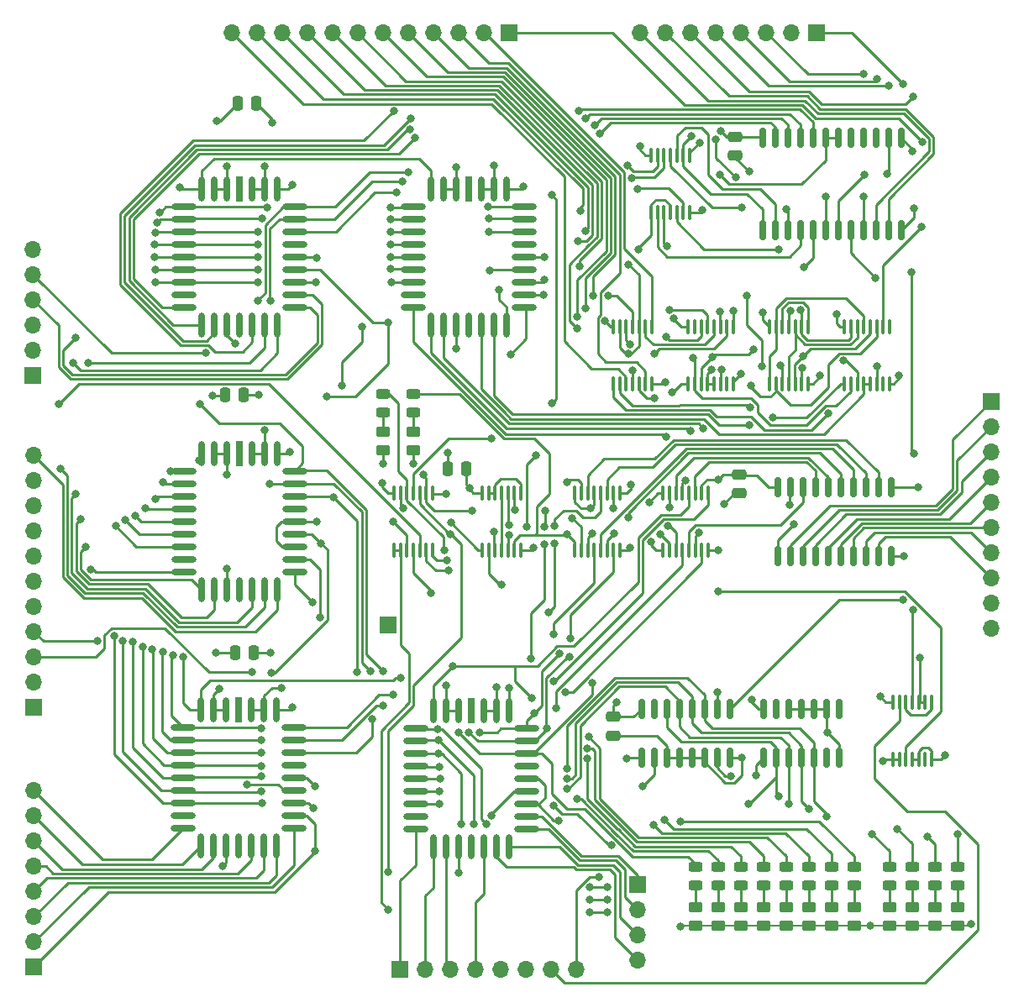
<source format=gbr>
%TF.GenerationSoftware,KiCad,Pcbnew,(6.0.0-0)*%
%TF.CreationDate,2022-02-14T22:32:35-05:00*%
%TF.ProjectId,control-unit,636f6e74-726f-46c2-9d75-6e69742e6b69,rev?*%
%TF.SameCoordinates,Original*%
%TF.FileFunction,Copper,L1,Top*%
%TF.FilePolarity,Positive*%
%FSLAX46Y46*%
G04 Gerber Fmt 4.6, Leading zero omitted, Abs format (unit mm)*
G04 Created by KiCad (PCBNEW (6.0.0-0)) date 2022-02-14 22:32:35*
%MOMM*%
%LPD*%
G01*
G04 APERTURE LIST*
G04 Aperture macros list*
%AMRoundRect*
0 Rectangle with rounded corners*
0 $1 Rounding radius*
0 $2 $3 $4 $5 $6 $7 $8 $9 X,Y pos of 4 corners*
0 Add a 4 corners polygon primitive as box body*
4,1,4,$2,$3,$4,$5,$6,$7,$8,$9,$2,$3,0*
0 Add four circle primitives for the rounded corners*
1,1,$1+$1,$2,$3*
1,1,$1+$1,$4,$5*
1,1,$1+$1,$6,$7*
1,1,$1+$1,$8,$9*
0 Add four rect primitives between the rounded corners*
20,1,$1+$1,$2,$3,$4,$5,0*
20,1,$1+$1,$4,$5,$6,$7,0*
20,1,$1+$1,$6,$7,$8,$9,0*
20,1,$1+$1,$8,$9,$2,$3,0*%
G04 Aperture macros list end*
%TA.AperFunction,SMDPad,CuDef*%
%ADD10RoundRect,0.150000X0.150000X-0.875000X0.150000X0.875000X-0.150000X0.875000X-0.150000X-0.875000X0*%
%TD*%
%TA.AperFunction,ComponentPad*%
%ADD11R,1.700000X1.700000*%
%TD*%
%TA.AperFunction,ComponentPad*%
%ADD12O,1.700000X1.700000*%
%TD*%
%TA.AperFunction,SMDPad,CuDef*%
%ADD13RoundRect,0.243750X0.456250X-0.243750X0.456250X0.243750X-0.456250X0.243750X-0.456250X-0.243750X0*%
%TD*%
%TA.AperFunction,SMDPad,CuDef*%
%ADD14R,0.644962X2.535553*%
%TD*%
%TA.AperFunction,SMDPad,CuDef*%
%ADD15RoundRect,0.322481X0.000000X-0.945295X0.000000X-0.945295X0.000000X0.945295X0.000000X0.945295X0*%
%TD*%
%TA.AperFunction,SMDPad,CuDef*%
%ADD16RoundRect,0.322481X-0.945295X0.000000X0.945295X0.000000X0.945295X0.000000X-0.945295X0.000000X0*%
%TD*%
%TA.AperFunction,SMDPad,CuDef*%
%ADD17RoundRect,0.250000X0.250000X0.475000X-0.250000X0.475000X-0.250000X-0.475000X0.250000X-0.475000X0*%
%TD*%
%TA.AperFunction,SMDPad,CuDef*%
%ADD18RoundRect,0.250000X-0.450000X0.262500X-0.450000X-0.262500X0.450000X-0.262500X0.450000X0.262500X0*%
%TD*%
%TA.AperFunction,SMDPad,CuDef*%
%ADD19RoundRect,0.250000X-0.475000X0.250000X-0.475000X-0.250000X0.475000X-0.250000X0.475000X0.250000X0*%
%TD*%
%TA.AperFunction,SMDPad,CuDef*%
%ADD20RoundRect,0.100000X0.100000X-0.637500X0.100000X0.637500X-0.100000X0.637500X-0.100000X-0.637500X0*%
%TD*%
%TA.AperFunction,SMDPad,CuDef*%
%ADD21RoundRect,0.150000X0.150000X-0.825000X0.150000X0.825000X-0.150000X0.825000X-0.150000X-0.825000X0*%
%TD*%
%TA.AperFunction,SMDPad,CuDef*%
%ADD22RoundRect,0.250000X-0.250000X-0.475000X0.250000X-0.475000X0.250000X0.475000X-0.250000X0.475000X0*%
%TD*%
%TA.AperFunction,SMDPad,CuDef*%
%ADD23RoundRect,0.150000X0.150000X-0.837500X0.150000X0.837500X-0.150000X0.837500X-0.150000X-0.837500X0*%
%TD*%
%TA.AperFunction,ViaPad*%
%ADD24C,0.800000*%
%TD*%
%TA.AperFunction,Conductor*%
%ADD25C,0.250000*%
%TD*%
%TA.AperFunction,Conductor*%
%ADD26C,0.200000*%
%TD*%
G04 APERTURE END LIST*
D10*
%TO.P,U8,1,S0*%
%TO.N,RESTORE_FLAGS*%
X157861000Y-77548000D03*
%TO.P,U8,2,S1*%
%TO.N,Net-(U16-Pad10)*%
X159131000Y-77548000D03*
%TO.P,U8,3,S2*%
%TO.N,~{FLAGS_OUT}*%
X160401000Y-77548000D03*
%TO.P,U8,4,S3*%
%TO.N,Net-(U16-Pad2)*%
X161671000Y-77548000D03*
%TO.P,U8,5,S4*%
%TO.N,Net-(U16-Pad5)*%
X162941000Y-77548000D03*
%TO.P,U8,6,S5*%
%TO.N,~{PC_DEC}*%
X164211000Y-77548000D03*
%TO.P,U8,7,S6*%
%TO.N,~{PC_INC}*%
X165481000Y-77548000D03*
%TO.P,U8,8,S7*%
%TO.N,Net-(U10-Pad4)*%
X166751000Y-77548000D03*
%TO.P,U8,9,S8*%
%TO.N,~{PC_BUS_OUT}*%
X168021000Y-77548000D03*
%TO.P,U8,10,S9*%
%TO.N,~{SP_DEC}*%
X169291000Y-77548000D03*
%TO.P,U8,11,S10*%
%TO.N,~{SP_INC}*%
X170561000Y-77548000D03*
%TO.P,U8,12,GND*%
%TO.N,GND*%
X171831000Y-77548000D03*
%TO.P,U8,13,S11*%
%TO.N,~{SP_LOAD}*%
X171831000Y-68248000D03*
%TO.P,U8,14,S12*%
%TO.N,~{SP_BUS_OUT}*%
X170561000Y-68248000D03*
%TO.P,U8,15,S13*%
%TO.N,unconnected-(U8-Pad15)*%
X169291000Y-68248000D03*
%TO.P,U8,16,S14*%
%TO.N,unconnected-(U8-Pad16)*%
X168021000Y-68248000D03*
%TO.P,U8,17,S15*%
%TO.N,unconnected-(U8-Pad17)*%
X166751000Y-68248000D03*
%TO.P,U8,18,E0*%
%TO.N,~{SPR_FLAGS_ACC_B_EN}*%
X165481000Y-68248000D03*
%TO.P,U8,19,E1*%
X164211000Y-68248000D03*
%TO.P,U8,20,A3*%
%TO.N,SPR_FLAGS_ACC_B_CNTL_3*%
X162941000Y-68248000D03*
%TO.P,U8,21,A2*%
%TO.N,SPR_FLAGS_ACC_B_CNTL_2*%
X161671000Y-68248000D03*
%TO.P,U8,22,A1*%
%TO.N,SPR_FLAGS_ACC_B_CNTL_1*%
X160401000Y-68248000D03*
%TO.P,U8,23,A0*%
%TO.N,SPR_FLAGS_ACC_B_CNTL_0*%
X159131000Y-68248000D03*
%TO.P,U8,24,VCC*%
%TO.N,VCC*%
X157861000Y-68248000D03*
%TD*%
D11*
%TO.P,J9,1,Pin_1*%
%TO.N,Net-(U12-Pad22)*%
X120142000Y-117348000D03*
%TD*%
%TO.P,J8,1,Pin_1*%
%TO.N,Net-(U15-Pad22)*%
X145288000Y-143510000D03*
D12*
%TO.P,J8,2,Pin_2*%
%TO.N,Net-(U15-Pad21)*%
X145288000Y-146050000D03*
%TO.P,J8,3,Pin_3*%
%TO.N,Net-(U15-Pad20)*%
X145288000Y-148590000D03*
%TO.P,J8,4,Pin_4*%
%TO.N,Net-(U15-Pad19)*%
X145288000Y-151130000D03*
%TD*%
D11*
%TO.P,J1,1,Pin_1*%
%TO.N,~{READ}*%
X121356000Y-152077000D03*
D12*
%TO.P,J1,2,Pin_2*%
%TO.N,~{WRITE}*%
X123896000Y-152077000D03*
%TO.P,J1,3,Pin_3*%
%TO.N,~{IRQ_MASK_PORT_EN}*%
X126436000Y-152077000D03*
%TO.P,J1,4,Pin_4*%
%TO.N,~{IO_REQUEST}*%
X128976000Y-152077000D03*
%TO.P,J1,5,Pin_5*%
%TO.N,~{CPU_INTERRUPT}*%
X131516000Y-152077000D03*
%TO.P,J1,6,Pin_6*%
%TO.N,~{RESET_IN}*%
X134056000Y-152077000D03*
%TO.P,J1,7,Pin_7*%
%TO.N,CLOCK*%
X136596000Y-152077000D03*
%TO.P,J1,8,Pin_8*%
%TO.N,~{CLOCK}*%
X139136000Y-152077000D03*
%TD*%
D13*
%TO.P,D13,1,K*%
%TO.N,Net-(D13-Pad1)*%
X119634000Y-95933500D03*
%TO.P,D13,2,A*%
%TO.N,~{INTERRUPT_HANDLER_EN}*%
X119634000Y-94058500D03*
%TD*%
%TO.P,D4,1,K*%
%TO.N,Net-(D4-Pad1)*%
X177498151Y-143607000D03*
%TO.P,D4,2,A*%
%TO.N,STEP0*%
X177498151Y-141732000D03*
%TD*%
D14*
%TO.P,U14,1,nc*%
%TO.N,unconnected-(U14-Pad1)*%
X105156000Y-73406000D03*
D15*
%TO.P,U14,2,A14*%
%TO.N,GND*%
X103886000Y-73406000D03*
%TO.P,U14,3,A12*%
X102616000Y-73406000D03*
%TO.P,U14,4,A7*%
%TO.N,INST3*%
X101346000Y-73406000D03*
D16*
%TO.P,U14,5,A6*%
%TO.N,INST2*%
X99582448Y-75169552D03*
%TO.P,U14,6,A5*%
%TO.N,INST1*%
X99582448Y-76439552D03*
%TO.P,U14,7,A4*%
%TO.N,INST0*%
X99582448Y-77709552D03*
%TO.P,U14,8,A3*%
%TO.N,STEP3*%
X99582448Y-78979552D03*
%TO.P,U14,9,A2*%
%TO.N,STEP2*%
X99582448Y-80249552D03*
%TO.P,U14,10,A1*%
%TO.N,STEP1*%
X99582448Y-81519552D03*
%TO.P,U14,11,A0*%
%TO.N,STEP0*%
X99582448Y-82789552D03*
%TO.P,U14,12,nc*%
%TO.N,unconnected-(U14-Pad12)*%
X99582448Y-84059552D03*
%TO.P,U14,13,I/O0*%
%TO.N,SPR_FLAGS_ACC_B_CNTL_0*%
X99582448Y-85329552D03*
D15*
%TO.P,U14,14,I/O1*%
%TO.N,SPR_FLAGS_ACC_B_CNTL_1*%
X101346000Y-87093105D03*
%TO.P,U14,15,I/O2*%
%TO.N,SPR_FLAGS_ACC_B_CNTL_2*%
X102616000Y-87093105D03*
%TO.P,U14,16,Gnd*%
%TO.N,GND*%
X103886000Y-87093105D03*
%TO.P,U14,17,nc*%
%TO.N,unconnected-(U14-Pad17)*%
X105156000Y-87093105D03*
%TO.P,U14,18,I/O3*%
%TO.N,SPR_FLAGS_ACC_B_CNTL_3*%
X106426000Y-87093105D03*
%TO.P,U14,19,I/O4*%
%TO.N,JCC_ADR0*%
X107696000Y-87093105D03*
%TO.P,U14,20,I/O5*%
%TO.N,JCC_ADR1*%
X108966000Y-87093105D03*
D16*
%TO.P,U14,21,I/O6*%
%TO.N,JCC_ADR2*%
X110729553Y-85329552D03*
%TO.P,U14,22,I/O7*%
%TO.N,JCC_ADR3*%
X110729553Y-84059552D03*
%TO.P,U14,23,~{CE}*%
%TO.N,GND*%
X110729553Y-82789552D03*
%TO.P,U14,24,A10*%
%TO.N,INST6*%
X110729553Y-81519552D03*
%TO.P,U14,25,~{OE}*%
%TO.N,GND*%
X110729553Y-80249552D03*
%TO.P,U14,26,NC*%
%TO.N,unconnected-(U14-Pad26)*%
X110729553Y-78979552D03*
%TO.P,U14,27,A11*%
%TO.N,INST7*%
X110729553Y-77709552D03*
%TO.P,U14,28,A9*%
%TO.N,INST5*%
X110729553Y-76439552D03*
%TO.P,U14,29,A8*%
%TO.N,INST4*%
X110729553Y-75169552D03*
D15*
%TO.P,U14,30,A14*%
%TO.N,GND*%
X108966000Y-73406000D03*
%TO.P,U14,31,~{WE}*%
%TO.N,VCC*%
X107696000Y-73406000D03*
%TO.P,U14,32,Vcc*%
X106426000Y-73406000D03*
%TD*%
D17*
%TO.P,C5,1*%
%TO.N,VCC*%
X106868000Y-64770000D03*
%TO.P,C5,2*%
%TO.N,GND*%
X104968000Y-64770000D03*
%TD*%
D18*
%TO.P,R4,1*%
%TO.N,Net-(D4-Pad1)*%
X177498151Y-145821000D03*
%TO.P,R4,2*%
%TO.N,GND*%
X177498151Y-147646000D03*
%TD*%
D19*
%TO.P,C7,1*%
%TO.N,VCC*%
X155546000Y-102192000D03*
%TO.P,C7,2*%
%TO.N,GND*%
X155546000Y-104092000D03*
%TD*%
D13*
%TO.P,D5,1,K*%
%TO.N,Net-(D5-Pad1)*%
X151082151Y-143607000D03*
%TO.P,D5,2,A*%
%TO.N,INST7*%
X151082151Y-141732000D03*
%TD*%
D20*
%TO.P,U5,1,S*%
%TO.N,Net-(D14-Pad2)*%
X138949000Y-109796500D03*
%TO.P,U5,2,I0a*%
%TO.N,INSTRUCTION_4*%
X139599000Y-109796500D03*
%TO.P,U5,3,I1a*%
%TO.N,VCC*%
X140249000Y-109796500D03*
%TO.P,U5,4,Za*%
%TO.N,INST4*%
X140899000Y-109796500D03*
%TO.P,U5,5,I0b*%
%TO.N,INSTRUCTION_5*%
X141549000Y-109796500D03*
%TO.P,U5,6,I1b*%
%TO.N,VCC*%
X142199000Y-109796500D03*
%TO.P,U5,7,Zb*%
%TO.N,INST5*%
X142849000Y-109796500D03*
%TO.P,U5,8,GND*%
%TO.N,GND*%
X143499000Y-109796500D03*
%TO.P,U5,9,Zc*%
%TO.N,INST6*%
X143499000Y-104071500D03*
%TO.P,U5,10,I1c*%
%TO.N,VCC*%
X142849000Y-104071500D03*
%TO.P,U5,11,I0c*%
%TO.N,INSTRUCTION_6*%
X142199000Y-104071500D03*
%TO.P,U5,12,Zd*%
%TO.N,INST7*%
X141549000Y-104071500D03*
%TO.P,U5,13,I1d*%
%TO.N,VCC*%
X140899000Y-104071500D03*
%TO.P,U5,14,I0d*%
%TO.N,INSTRUCTION_7*%
X140249000Y-104071500D03*
%TO.P,U5,15,E*%
%TO.N,GND*%
X139599000Y-104071500D03*
%TO.P,U5,16,VCC*%
%TO.N,VCC*%
X138949000Y-104071500D03*
%TD*%
D13*
%TO.P,D1,1,K*%
%TO.N,Net-(D1-Pad1)*%
X170640151Y-143607000D03*
%TO.P,D1,2,A*%
%TO.N,STEP3*%
X170640151Y-141732000D03*
%TD*%
D18*
%TO.P,R8,1*%
%TO.N,Net-(D8-Pad1)*%
X157940151Y-145821000D03*
%TO.P,R8,2*%
%TO.N,GND*%
X157940151Y-147646000D03*
%TD*%
%TO.P,R7,1*%
%TO.N,Net-(D7-Pad1)*%
X155654151Y-145821000D03*
%TO.P,R7,2*%
%TO.N,GND*%
X155654151Y-147646000D03*
%TD*%
D20*
%TO.P,U13,1,A0*%
%TO.N,MEM0*%
X150379000Y-93032500D03*
%TO.P,U13,2,A1*%
%TO.N,MEM1*%
X151029000Y-93032500D03*
%TO.P,U13,3,A2*%
%TO.N,MEM2*%
X151679000Y-93032500D03*
%TO.P,U13,4,E1*%
%TO.N,~{SEGMENT_REGISTER_EN}*%
X152329000Y-93032500D03*
%TO.P,U13,5,E2*%
X152979000Y-93032500D03*
%TO.P,U13,6,E3*%
%TO.N,VCC*%
X153629000Y-93032500D03*
%TO.P,U13,7,O7*%
%TO.N,unconnected-(U13-Pad7)*%
X154279000Y-93032500D03*
%TO.P,U13,8,GND*%
%TO.N,GND*%
X154929000Y-93032500D03*
%TO.P,U13,9,O6*%
%TO.N,~{STACK_SEGMENT_OUT}*%
X154929000Y-87307500D03*
%TO.P,U13,10,O5*%
%TO.N,Net-(U13-Pad10)*%
X154279000Y-87307500D03*
%TO.P,U13,11,O4*%
%TO.N,~{DATA_SEGMENT_OUT}*%
X153629000Y-87307500D03*
%TO.P,U13,12,O3*%
%TO.N,Net-(U13-Pad12)*%
X152979000Y-87307500D03*
%TO.P,U13,13,O2*%
%TO.N,~{CODE_SEGMENT_OUT}*%
X152329000Y-87307500D03*
%TO.P,U13,14,O1*%
%TO.N,Net-(U13-Pad14)*%
X151679000Y-87307500D03*
%TO.P,U13,15,O0*%
%TO.N,unconnected-(U13-Pad15)*%
X151029000Y-87307500D03*
%TO.P,U13,16,VCC*%
%TO.N,VCC*%
X150379000Y-87307500D03*
%TD*%
D13*
%TO.P,D6,1,K*%
%TO.N,Net-(D6-Pad1)*%
X153368151Y-143607000D03*
%TO.P,D6,2,A*%
%TO.N,INST6*%
X153368151Y-141732000D03*
%TD*%
D14*
%TO.P,U6,1,nc*%
%TO.N,unconnected-(U6-Pad1)*%
X128270000Y-73406000D03*
D15*
%TO.P,U6,2,A14*%
%TO.N,GND*%
X127000000Y-73406000D03*
%TO.P,U6,3,A12*%
X125730000Y-73406000D03*
%TO.P,U6,4,A7*%
%TO.N,INST3*%
X124460000Y-73406000D03*
D16*
%TO.P,U6,5,A6*%
%TO.N,INST2*%
X122696448Y-75169552D03*
%TO.P,U6,6,A5*%
%TO.N,INST1*%
X122696448Y-76439552D03*
%TO.P,U6,7,A4*%
%TO.N,INST0*%
X122696448Y-77709552D03*
%TO.P,U6,8,A3*%
%TO.N,STEP3*%
X122696448Y-78979552D03*
%TO.P,U6,9,A2*%
%TO.N,STEP2*%
X122696448Y-80249552D03*
%TO.P,U6,10,A1*%
%TO.N,STEP1*%
X122696448Y-81519552D03*
%TO.P,U6,11,A0*%
%TO.N,STEP0*%
X122696448Y-82789552D03*
%TO.P,U6,12,nc*%
%TO.N,unconnected-(U6-Pad12)*%
X122696448Y-84059552D03*
%TO.P,U6,13,I/O0*%
%TO.N,MEM0*%
X122696448Y-85329552D03*
D15*
%TO.P,U6,14,I/O1*%
%TO.N,MEM1*%
X124460000Y-87093105D03*
%TO.P,U6,15,I/O2*%
%TO.N,MEM2*%
X125730000Y-87093105D03*
%TO.P,U6,16,Gnd*%
%TO.N,GND*%
X127000000Y-87093105D03*
%TO.P,U6,17,nc*%
%TO.N,unconnected-(U6-Pad17)*%
X128270000Y-87093105D03*
%TO.P,U6,18,I/O3*%
%TO.N,~{MEMORY_ENABLE}*%
X129540000Y-87093105D03*
%TO.P,U6,19,I/O4*%
%TO.N,~{SEGMENT_REGISTER_EN}*%
X130810000Y-87093105D03*
%TO.P,U6,20,I/O5*%
%TO.N,~{SPR_FLAGS_ACC_B_EN}*%
X132080000Y-87093105D03*
D16*
%TO.P,U6,21,I/O6*%
%TO.N,~{JCC_EN}*%
X133843553Y-85329552D03*
%TO.P,U6,22,I/O7*%
%TO.N,~{RESET_STEP_COUNTER}*%
X133843553Y-84059552D03*
%TO.P,U6,23,~{CE}*%
%TO.N,GND*%
X133843553Y-82789552D03*
%TO.P,U6,24,A10*%
%TO.N,INST6*%
X133843553Y-81519552D03*
%TO.P,U6,25,~{OE}*%
%TO.N,GND*%
X133843553Y-80249552D03*
%TO.P,U6,26,NC*%
%TO.N,unconnected-(U6-Pad26)*%
X133843553Y-78979552D03*
%TO.P,U6,27,A11*%
%TO.N,INST7*%
X133843553Y-77709552D03*
%TO.P,U6,28,A9*%
%TO.N,INST5*%
X133843553Y-76439552D03*
%TO.P,U6,29,A8*%
%TO.N,INST4*%
X133843553Y-75169552D03*
D15*
%TO.P,U6,30,A14*%
%TO.N,GND*%
X132080000Y-73406000D03*
%TO.P,U6,31,~{WE}*%
%TO.N,VCC*%
X130810000Y-73406000D03*
%TO.P,U6,32,Vcc*%
X129540000Y-73406000D03*
%TD*%
D18*
%TO.P,R13,1*%
%TO.N,Net-(D13-Pad1)*%
X119634000Y-97893500D03*
%TO.P,R13,2*%
%TO.N,GND*%
X119634000Y-99718500D03*
%TD*%
D13*
%TO.P,D9,1,K*%
%TO.N,Net-(D9-Pad1)*%
X160226151Y-143607000D03*
%TO.P,D9,2,A*%
%TO.N,INST3*%
X160226151Y-141732000D03*
%TD*%
D20*
%TO.P,U4,1*%
%TO.N,Net-(U2-Pad1)*%
X171024000Y-130878500D03*
%TO.P,U4,2*%
X171674000Y-130878500D03*
%TO.P,U4,3*%
%TO.N,Net-(U19-Pad2)*%
X172324000Y-130878500D03*
%TO.P,U4,4*%
%TO.N,GND*%
X172974000Y-130878500D03*
%TO.P,U4,5*%
X173624000Y-130878500D03*
%TO.P,U4,6*%
%TO.N,unconnected-(U4-Pad6)*%
X174274000Y-130878500D03*
%TO.P,U4,7,GND*%
%TO.N,GND*%
X174924000Y-130878500D03*
%TO.P,U4,8*%
%TO.N,Net-(U4-Pad12)*%
X174924000Y-125153500D03*
%TO.P,U4,9*%
%TO.N,~{INSTRUCTION_REG_IN}*%
X174274000Y-125153500D03*
%TO.P,U4,10*%
X173624000Y-125153500D03*
%TO.P,U4,11*%
%TO.N,Net-(U18-Pad11)*%
X172974000Y-125153500D03*
%TO.P,U4,12*%
%TO.N,Net-(U4-Pad12)*%
X172324000Y-125153500D03*
%TO.P,U4,13*%
%TO.N,CLOCK*%
X171674000Y-125153500D03*
%TO.P,U4,14,VCC*%
%TO.N,VCC*%
X171024000Y-125153500D03*
%TD*%
D13*
%TO.P,D2,1,K*%
%TO.N,Net-(D2-Pad1)*%
X172926151Y-143607000D03*
%TO.P,D2,2,A*%
%TO.N,STEP2*%
X172926151Y-141732000D03*
%TD*%
%TO.P,D12,1,K*%
%TO.N,Net-(D12-Pad1)*%
X167084151Y-143607000D03*
%TO.P,D12,2,A*%
%TO.N,INST0*%
X167084151Y-141732000D03*
%TD*%
D18*
%TO.P,R14,1*%
%TO.N,Net-(D14-Pad1)*%
X122674000Y-97893500D03*
%TO.P,R14,2*%
%TO.N,GND*%
X122674000Y-99718500D03*
%TD*%
D20*
%TO.P,U19,1*%
%TO.N,Net-(U10-Pad3)*%
X129622000Y-109796500D03*
%TO.P,U19,2*%
%TO.N,Net-(U19-Pad2)*%
X130272000Y-109796500D03*
%TO.P,U19,3*%
%TO.N,~{INTERRUPT_HANDLER_EN}*%
X130922000Y-109796500D03*
%TO.P,U19,4*%
%TO.N,Net-(U19-Pad11)*%
X131572000Y-109796500D03*
%TO.P,U19,5*%
%TO.N,~{INTERRUPT_HANDLER_EN}*%
X132222000Y-109796500D03*
%TO.P,U19,6*%
%TO.N,Net-(D14-Pad2)*%
X132872000Y-109796500D03*
%TO.P,U19,7,GND*%
%TO.N,GND*%
X133522000Y-109796500D03*
%TO.P,U19,8*%
%TO.N,Net-(U19-Pad12)*%
X133522000Y-104071500D03*
%TO.P,U19,9*%
%TO.N,~{SOFTWARE_RESET}*%
X132872000Y-104071500D03*
%TO.P,U19,10*%
%TO.N,~{RESET_IN}*%
X132222000Y-104071500D03*
%TO.P,U19,11*%
%TO.N,Net-(U19-Pad11)*%
X131572000Y-104071500D03*
%TO.P,U19,12*%
%TO.N,Net-(U19-Pad12)*%
X130922000Y-104071500D03*
%TO.P,U19,13*%
X130272000Y-104071500D03*
%TO.P,U19,14,VCC*%
%TO.N,VCC*%
X129622000Y-104071500D03*
%TD*%
%TO.P,U17,1*%
%TO.N,/~{WR_DATA}*%
X142830000Y-93032500D03*
%TO.P,U17,2*%
%TO.N,/~{WR_STACK}*%
X143480000Y-93032500D03*
%TO.P,U17,3*%
%TO.N,~{MEM_WRITE}*%
X144130000Y-93032500D03*
%TO.P,U17,4*%
%TO.N,Net-(U13-Pad14)*%
X144780000Y-93032500D03*
%TO.P,U17,5*%
%TO.N,~{RESET}*%
X145430000Y-93032500D03*
%TO.P,U17,6*%
%TO.N,~{LATCH_CODE_SEGMENT}*%
X146080000Y-93032500D03*
%TO.P,U17,7,GND*%
%TO.N,GND*%
X146730000Y-93032500D03*
%TO.P,U17,8*%
%TO.N,~{LATCH_DATA_SEGMENT}*%
X146730000Y-87307500D03*
%TO.P,U17,9*%
%TO.N,Net-(U13-Pad12)*%
X146080000Y-87307500D03*
%TO.P,U17,10*%
%TO.N,~{RESET}*%
X145430000Y-87307500D03*
%TO.P,U17,11*%
%TO.N,~{LATCH_STACK_SEGMENT}*%
X144780000Y-87307500D03*
%TO.P,U17,12*%
%TO.N,Net-(U13-Pad10)*%
X144130000Y-87307500D03*
%TO.P,U17,13*%
%TO.N,~{RESET}*%
X143480000Y-87307500D03*
%TO.P,U17,14,VCC*%
%TO.N,VCC*%
X142830000Y-87307500D03*
%TD*%
D13*
%TO.P,D10,1,K*%
%TO.N,Net-(D10-Pad1)*%
X162512151Y-143607000D03*
%TO.P,D10,2,A*%
%TO.N,INST2*%
X162512151Y-141732000D03*
%TD*%
D20*
%TO.P,U16,1*%
%TO.N,~{RESET}*%
X146640000Y-75760500D03*
%TO.P,U16,2*%
%TO.N,Net-(U16-Pad2)*%
X147290000Y-75760500D03*
%TO.P,U16,3*%
%TO.N,~{LATCH_ACCUMULATOR}*%
X147940000Y-75760500D03*
%TO.P,U16,4*%
%TO.N,~{RESET}*%
X148590000Y-75760500D03*
%TO.P,U16,5*%
%TO.N,Net-(U16-Pad5)*%
X149240000Y-75760500D03*
%TO.P,U16,6*%
%TO.N,~{LATCH_B}*%
X149890000Y-75760500D03*
%TO.P,U16,7,GND*%
%TO.N,GND*%
X150540000Y-75760500D03*
%TO.P,U16,8*%
%TO.N,~{LATCH_FLAGS}*%
X150540000Y-70035500D03*
%TO.P,U16,9*%
%TO.N,RESTORE_FLAGS*%
X149890000Y-70035500D03*
%TO.P,U16,10*%
%TO.N,Net-(U16-Pad10)*%
X149240000Y-70035500D03*
%TO.P,U16,11*%
%TO.N,Net-(U1-Pad9)*%
X148590000Y-70035500D03*
%TO.P,U16,12*%
%TO.N,~{RESET_STEP_COUNTER}*%
X147940000Y-70035500D03*
%TO.P,U16,13*%
%TO.N,~{TRIGGER_RESET_STEP}*%
X147290000Y-70035500D03*
%TO.P,U16,14,VCC*%
%TO.N,VCC*%
X146640000Y-70035500D03*
%TD*%
D19*
%TO.P,C2,1*%
%TO.N,VCC*%
X142846000Y-126612000D03*
%TO.P,C2,2*%
%TO.N,GND*%
X142846000Y-128512000D03*
%TD*%
D21*
%TO.P,U2,1*%
%TO.N,Net-(U2-Pad1)*%
X157988000Y-130745000D03*
%TO.P,U2,2*%
%TO.N,STEP0*%
X159258000Y-130745000D03*
%TO.P,U2,3*%
%TO.N,STEP1*%
X160528000Y-130745000D03*
%TO.P,U2,4*%
%TO.N,STEP2*%
X161798000Y-130745000D03*
%TO.P,U2,5*%
%TO.N,STEP3*%
X163068000Y-130745000D03*
%TO.P,U2,6*%
%TO.N,N/C*%
X164338000Y-130745000D03*
%TO.P,U2,7,VSS*%
%TO.N,GND*%
X165608000Y-130745000D03*
%TO.P,U2,8*%
%TO.N,N/C*%
X165608000Y-125795000D03*
%TO.P,U2,9*%
%TO.N,GND*%
X164338000Y-125795000D03*
%TO.P,U2,10*%
X163068000Y-125795000D03*
%TO.P,U2,11*%
X161798000Y-125795000D03*
%TO.P,U2,12*%
X160528000Y-125795000D03*
%TO.P,U2,13*%
%TO.N,unconnected-(U2-Pad13)*%
X159258000Y-125795000D03*
%TO.P,U2,14,VDD*%
%TO.N,VCC*%
X157988000Y-125795000D03*
%TD*%
D13*
%TO.P,D11,1,K*%
%TO.N,Net-(D11-Pad1)*%
X164798151Y-143607000D03*
%TO.P,D11,2,A*%
%TO.N,INST1*%
X164798151Y-141732000D03*
%TD*%
D21*
%TO.P,U1,1,~{MR}*%
%TO.N,VCC*%
X145669000Y-130745000D03*
%TO.P,U1,2,CP*%
%TO.N,~{CLOCK}*%
X146939000Y-130745000D03*
%TO.P,U1,3,D0*%
%TO.N,GND*%
X148209000Y-130745000D03*
%TO.P,U1,4,D1*%
X149479000Y-130745000D03*
%TO.P,U1,5,D2*%
X150749000Y-130745000D03*
%TO.P,U1,6,D3*%
X152019000Y-130745000D03*
%TO.P,U1,7,CEP*%
%TO.N,VCC*%
X153289000Y-130745000D03*
%TO.P,U1,8,GND*%
%TO.N,GND*%
X154559000Y-130745000D03*
%TO.P,U1,9,~{PE}*%
%TO.N,Net-(U1-Pad9)*%
X154559000Y-125795000D03*
%TO.P,U1,10,CET*%
%TO.N,VCC*%
X153289000Y-125795000D03*
%TO.P,U1,11,Q3*%
%TO.N,STEP3*%
X152019000Y-125795000D03*
%TO.P,U1,12,Q2*%
%TO.N,STEP2*%
X150749000Y-125795000D03*
%TO.P,U1,13,Q1*%
%TO.N,STEP1*%
X149479000Y-125795000D03*
%TO.P,U1,14,Q0*%
%TO.N,STEP0*%
X148209000Y-125795000D03*
%TO.P,U1,15,TC*%
%TO.N,unconnected-(U1-Pad15)*%
X146939000Y-125795000D03*
%TO.P,U1,16,VCC*%
%TO.N,VCC*%
X145669000Y-125795000D03*
%TD*%
D13*
%TO.P,D14,1,K*%
%TO.N,Net-(D14-Pad1)*%
X122682000Y-95933500D03*
%TO.P,D14,2,A*%
%TO.N,Net-(D14-Pad2)*%
X122682000Y-94058500D03*
%TD*%
D14*
%TO.P,U12,1,nc*%
%TO.N,unconnected-(U12-Pad1)*%
X105156000Y-100090448D03*
D15*
%TO.P,U12,2,A14*%
%TO.N,GND*%
X103886000Y-100090448D03*
%TO.P,U12,3,A12*%
X102616000Y-100090448D03*
%TO.P,U12,4,A7*%
%TO.N,INST3*%
X101346000Y-100090448D03*
D16*
%TO.P,U12,5,A6*%
%TO.N,INST2*%
X99582448Y-101854000D03*
%TO.P,U12,6,A5*%
%TO.N,INST1*%
X99582448Y-103124000D03*
%TO.P,U12,7,A4*%
%TO.N,INST0*%
X99582448Y-104394000D03*
%TO.P,U12,8,A3*%
%TO.N,STEP3*%
X99582448Y-105664000D03*
%TO.P,U12,9,A2*%
%TO.N,STEP2*%
X99582448Y-106934000D03*
%TO.P,U12,10,A1*%
%TO.N,STEP1*%
X99582448Y-108204000D03*
%TO.P,U12,11,A0*%
%TO.N,STEP0*%
X99582448Y-109474000D03*
%TO.P,U12,12,nc*%
%TO.N,unconnected-(U12-Pad12)*%
X99582448Y-110744000D03*
%TO.P,U12,13,I/O0*%
%TO.N,ALU_FUNC_0*%
X99582448Y-112014000D03*
D15*
%TO.P,U12,14,I/O1*%
%TO.N,ALU_FUNC_1*%
X101346000Y-113777553D03*
%TO.P,U12,15,I/O2*%
%TO.N,ALU_FUNC_2*%
X102616000Y-113777553D03*
%TO.P,U12,16,Gnd*%
%TO.N,GND*%
X103886000Y-113777553D03*
%TO.P,U12,17,nc*%
%TO.N,unconnected-(U12-Pad17)*%
X105156000Y-113777553D03*
%TO.P,U12,18,I/O3*%
%TO.N,ALU_FUNC_3*%
X106426000Y-113777553D03*
%TO.P,U12,19,I/O4*%
%TO.N,ALU_FUNC_4*%
X107696000Y-113777553D03*
%TO.P,U12,20,I/O5*%
%TO.N,ALU_FUNC_5_EN*%
X108966000Y-113777553D03*
D16*
%TO.P,U12,21,I/O6*%
%TO.N,~{INSTRUCTION_REG_IN}*%
X110729553Y-112014000D03*
%TO.P,U12,22,I/O7*%
%TO.N,Net-(U12-Pad22)*%
X110729553Y-110744000D03*
%TO.P,U12,23,~{CE}*%
%TO.N,GND*%
X110729553Y-109474000D03*
%TO.P,U12,24,A10*%
%TO.N,INST6*%
X110729553Y-108204000D03*
%TO.P,U12,25,~{OE}*%
%TO.N,GND*%
X110729553Y-106934000D03*
%TO.P,U12,26,NC*%
%TO.N,unconnected-(U12-Pad26)*%
X110729553Y-105664000D03*
%TO.P,U12,27,A11*%
%TO.N,INST7*%
X110729553Y-104394000D03*
%TO.P,U12,28,A9*%
%TO.N,INST5*%
X110729553Y-103124000D03*
%TO.P,U12,29,A8*%
%TO.N,INST4*%
X110729553Y-101854000D03*
D15*
%TO.P,U12,30,A14*%
%TO.N,GND*%
X108966000Y-100090448D03*
%TO.P,U12,31,~{WE}*%
%TO.N,VCC*%
X107696000Y-100090448D03*
%TO.P,U12,32,Vcc*%
X106426000Y-100090448D03*
%TD*%
D19*
%TO.P,C4,1*%
%TO.N,VCC*%
X155126000Y-68132000D03*
%TO.P,C4,2*%
%TO.N,GND*%
X155126000Y-70032000D03*
%TD*%
D18*
%TO.P,R11,1*%
%TO.N,Net-(D11-Pad1)*%
X164798151Y-145821000D03*
%TO.P,R11,2*%
%TO.N,GND*%
X164798151Y-147646000D03*
%TD*%
D22*
%TO.P,C1,1*%
%TO.N,VCC*%
X103706000Y-94172000D03*
%TO.P,C1,2*%
%TO.N,GND*%
X105606000Y-94172000D03*
%TD*%
D18*
%TO.P,R9,1*%
%TO.N,Net-(D9-Pad1)*%
X160226151Y-145821000D03*
%TO.P,R9,2*%
%TO.N,GND*%
X160226151Y-147646000D03*
%TD*%
%TO.P,R10,1*%
%TO.N,Net-(D10-Pad1)*%
X162512151Y-145821000D03*
%TO.P,R10,2*%
%TO.N,GND*%
X162512151Y-147646000D03*
%TD*%
%TO.P,R3,1*%
%TO.N,Net-(D3-Pad1)*%
X175212151Y-145821000D03*
%TO.P,R3,2*%
%TO.N,GND*%
X175212151Y-147646000D03*
%TD*%
D20*
%TO.P,U10,1*%
%TO.N,~{CPU_INTERRUPT}*%
X120732000Y-109796500D03*
%TO.P,U10,2*%
X121382000Y-109796500D03*
%TO.P,U10,3*%
%TO.N,Net-(U10-Pad3)*%
X122032000Y-109796500D03*
%TO.P,U10,4*%
%TO.N,Net-(U10-Pad4)*%
X122682000Y-109796500D03*
%TO.P,U10,5*%
%TO.N,JCC_LD_PC_COND*%
X123332000Y-109796500D03*
%TO.P,U10,6*%
%TO.N,~{PC_LOAD}*%
X123982000Y-109796500D03*
%TO.P,U10,7,GND*%
%TO.N,GND*%
X124632000Y-109796500D03*
%TO.P,U10,8*%
%TO.N,~{RESET}*%
X124632000Y-104071500D03*
%TO.P,U10,9*%
%TO.N,~{SOFTWARE_RESET}*%
X123982000Y-104071500D03*
%TO.P,U10,10*%
%TO.N,~{RESET_IN}*%
X123332000Y-104071500D03*
%TO.P,U10,11*%
%TO.N,~{TRIGGER_RESET_STEP}*%
X122682000Y-104071500D03*
%TO.P,U10,12*%
%TO.N,~{INTERRUPT_HANDLER_EN}*%
X122032000Y-104071500D03*
%TO.P,U10,13*%
%TO.N,~{RESET}*%
X121382000Y-104071500D03*
%TO.P,U10,14,VCC*%
%TO.N,VCC*%
X120732000Y-104071500D03*
%TD*%
D14*
%TO.P,U15,1,nc*%
%TO.N,unconnected-(U15-Pad1)*%
X128524000Y-125998448D03*
D15*
%TO.P,U15,2,A14*%
%TO.N,GND*%
X127254000Y-125998448D03*
%TO.P,U15,3,A12*%
X125984000Y-125998448D03*
%TO.P,U15,4,A7*%
%TO.N,INST3*%
X124714000Y-125998448D03*
D16*
%TO.P,U15,5,A6*%
%TO.N,INST2*%
X122950448Y-127762000D03*
%TO.P,U15,6,A5*%
%TO.N,INST1*%
X122950448Y-129032000D03*
%TO.P,U15,7,A4*%
%TO.N,INST0*%
X122950448Y-130302000D03*
%TO.P,U15,8,A3*%
%TO.N,STEP3*%
X122950448Y-131572000D03*
%TO.P,U15,9,A2*%
%TO.N,STEP2*%
X122950448Y-132842000D03*
%TO.P,U15,10,A1*%
%TO.N,STEP1*%
X122950448Y-134112000D03*
%TO.P,U15,11,A0*%
%TO.N,STEP0*%
X122950448Y-135382000D03*
%TO.P,U15,12,nc*%
%TO.N,unconnected-(U15-Pad12)*%
X122950448Y-136652000D03*
%TO.P,U15,13,I/O0*%
%TO.N,~{READ}*%
X122950448Y-137922000D03*
D15*
%TO.P,U15,14,I/O1*%
%TO.N,~{WRITE}*%
X124714000Y-139685553D03*
%TO.P,U15,15,I/O2*%
%TO.N,~{IRQ_MASK_PORT_EN}*%
X125984000Y-139685553D03*
%TO.P,U15,16,Gnd*%
%TO.N,GND*%
X127254000Y-139685553D03*
%TO.P,U15,17,nc*%
%TO.N,unconnected-(U15-Pad17)*%
X128524000Y-139685553D03*
%TO.P,U15,18,I/O3*%
%TO.N,~{IO_REQUEST}*%
X129794000Y-139685553D03*
%TO.P,U15,19,I/O4*%
%TO.N,Net-(U15-Pad19)*%
X131064000Y-139685553D03*
%TO.P,U15,20,I/O5*%
%TO.N,Net-(U15-Pad20)*%
X132334000Y-139685553D03*
D16*
%TO.P,U15,21,I/O6*%
%TO.N,Net-(U15-Pad21)*%
X134097553Y-137922000D03*
%TO.P,U15,22,I/O7*%
%TO.N,Net-(U15-Pad22)*%
X134097553Y-136652000D03*
%TO.P,U15,23,~{CE}*%
%TO.N,GND*%
X134097553Y-135382000D03*
%TO.P,U15,24,A10*%
%TO.N,INST6*%
X134097553Y-134112000D03*
%TO.P,U15,25,~{OE}*%
%TO.N,GND*%
X134097553Y-132842000D03*
%TO.P,U15,26,NC*%
%TO.N,unconnected-(U15-Pad26)*%
X134097553Y-131572000D03*
%TO.P,U15,27,A11*%
%TO.N,INST7*%
X134097553Y-130302000D03*
%TO.P,U15,28,A9*%
%TO.N,INST5*%
X134097553Y-129032000D03*
%TO.P,U15,29,A8*%
%TO.N,INST4*%
X134097553Y-127762000D03*
D15*
%TO.P,U15,30,A14*%
%TO.N,GND*%
X132334000Y-125998448D03*
%TO.P,U15,31,~{WE}*%
%TO.N,VCC*%
X131064000Y-125998448D03*
%TO.P,U15,32,Vcc*%
X129794000Y-125998448D03*
%TD*%
D18*
%TO.P,R2,1*%
%TO.N,Net-(D2-Pad1)*%
X172926151Y-145821000D03*
%TO.P,R2,2*%
%TO.N,GND*%
X172926151Y-147646000D03*
%TD*%
%TO.P,R12,1*%
%TO.N,Net-(D12-Pad1)*%
X167084151Y-145821000D03*
%TO.P,R12,2*%
%TO.N,GND*%
X167084151Y-147646000D03*
%TD*%
D17*
%TO.P,C6,1*%
%TO.N,VCC*%
X106626000Y-120172000D03*
%TO.P,C6,2*%
%TO.N,GND*%
X104726000Y-120172000D03*
%TD*%
D18*
%TO.P,R6,1*%
%TO.N,Net-(D6-Pad1)*%
X153368151Y-145821000D03*
%TO.P,R6,2*%
%TO.N,GND*%
X153368151Y-147646000D03*
%TD*%
D20*
%TO.P,U3,1,S*%
%TO.N,Net-(D14-Pad2)*%
X147839000Y-109796500D03*
%TO.P,U3,2,I0a*%
%TO.N,INSTRUCTION_0*%
X148489000Y-109796500D03*
%TO.P,U3,3,I1a*%
%TO.N,~{RESET}*%
X149139000Y-109796500D03*
%TO.P,U3,4,Za*%
%TO.N,INST0*%
X149789000Y-109796500D03*
%TO.P,U3,5,I0b*%
%TO.N,INSTRUCTION_1*%
X150439000Y-109796500D03*
%TO.P,U3,6,I1b*%
%TO.N,VCC*%
X151089000Y-109796500D03*
%TO.P,U3,7,Zb*%
%TO.N,INST1*%
X151739000Y-109796500D03*
%TO.P,U3,8,GND*%
%TO.N,GND*%
X152389000Y-109796500D03*
%TO.P,U3,9,Zc*%
%TO.N,INST2*%
X152389000Y-104071500D03*
%TO.P,U3,10,I1c*%
%TO.N,VCC*%
X151739000Y-104071500D03*
%TO.P,U3,11,I0c*%
%TO.N,INSTRUCTION_2*%
X151089000Y-104071500D03*
%TO.P,U3,12,Zd*%
%TO.N,INST3*%
X150439000Y-104071500D03*
%TO.P,U3,13,I1d*%
%TO.N,VCC*%
X149789000Y-104071500D03*
%TO.P,U3,14,I0d*%
%TO.N,INSTRUCTION_3*%
X149139000Y-104071500D03*
%TO.P,U3,15,E*%
%TO.N,GND*%
X148489000Y-104071500D03*
%TO.P,U3,16,VCC*%
%TO.N,VCC*%
X147839000Y-104071500D03*
%TD*%
%TO.P,U9,1*%
%TO.N,/~{RD_STACK}*%
X158578000Y-93032500D03*
%TO.P,U9,2*%
%TO.N,/~{WR_STACK}*%
X159228000Y-93032500D03*
%TO.P,U9,3*%
%TO.N,~{USE_STACK_SEGMENT}*%
X159878000Y-93032500D03*
%TO.P,U9,4*%
%TO.N,/~{RD_DATA}*%
X160528000Y-93032500D03*
%TO.P,U9,5*%
%TO.N,/~{WR_DATA}*%
X161178000Y-93032500D03*
%TO.P,U9,6*%
%TO.N,~{USE_DATA_SEGMENT}*%
X161828000Y-93032500D03*
%TO.P,U9,7,GND*%
%TO.N,GND*%
X162478000Y-93032500D03*
%TO.P,U9,8*%
%TO.N,Net-(U9-Pad12)*%
X162478000Y-87307500D03*
%TO.P,U9,9*%
%TO.N,~{USE_CODE_SEGMENT}*%
X161828000Y-87307500D03*
%TO.P,U9,10*%
%TO.N,/~{RD_DATA}*%
X161178000Y-87307500D03*
%TO.P,U9,11*%
%TO.N,~{MEM_READ}*%
X160528000Y-87307500D03*
%TO.P,U9,12*%
%TO.N,Net-(U9-Pad12)*%
X159878000Y-87307500D03*
%TO.P,U9,13*%
%TO.N,/~{RD_STACK}*%
X159228000Y-87307500D03*
%TO.P,U9,14,VCC*%
%TO.N,VCC*%
X158578000Y-87307500D03*
%TD*%
D18*
%TO.P,R5,1*%
%TO.N,Net-(D5-Pad1)*%
X151082151Y-145821000D03*
%TO.P,R5,2*%
%TO.N,GND*%
X151082151Y-147646000D03*
%TD*%
D17*
%TO.P,C3,1*%
%TO.N,VCC*%
X128026000Y-101602000D03*
%TO.P,C3,2*%
%TO.N,GND*%
X126126000Y-101602000D03*
%TD*%
D13*
%TO.P,D3,1,K*%
%TO.N,Net-(D3-Pad1)*%
X175212151Y-143607000D03*
%TO.P,D3,2,A*%
%TO.N,STEP1*%
X175212151Y-141732000D03*
%TD*%
%TO.P,D8,1,K*%
%TO.N,Net-(D8-Pad1)*%
X157940151Y-143607000D03*
%TO.P,D8,2,A*%
%TO.N,INST4*%
X157940151Y-141732000D03*
%TD*%
D20*
%TO.P,U7,1,A0*%
%TO.N,MEM0*%
X166127000Y-93032500D03*
%TO.P,U7,2,A1*%
%TO.N,MEM1*%
X166777000Y-93032500D03*
%TO.P,U7,3,A2*%
%TO.N,MEM2*%
X167427000Y-93032500D03*
%TO.P,U7,4,E1*%
%TO.N,~{MEMORY_ENABLE}*%
X168077000Y-93032500D03*
%TO.P,U7,5,E2*%
X168727000Y-93032500D03*
%TO.P,U7,6,E3*%
%TO.N,VCC*%
X169377000Y-93032500D03*
%TO.P,U7,7,O7*%
%TO.N,unconnected-(U7-Pad7)*%
X170027000Y-93032500D03*
%TO.P,U7,8,GND*%
%TO.N,GND*%
X170677000Y-93032500D03*
%TO.P,U7,9,O6*%
%TO.N,unconnected-(U7-Pad9)*%
X170677000Y-87307500D03*
%TO.P,U7,10,O5*%
%TO.N,~{LATCH_MAR}*%
X170027000Y-87307500D03*
%TO.P,U7,11,O4*%
%TO.N,/~{WR_STACK}*%
X169377000Y-87307500D03*
%TO.P,U7,12,O3*%
%TO.N,/~{WR_DATA}*%
X168727000Y-87307500D03*
%TO.P,U7,13,O2*%
%TO.N,/~{RD_STACK}*%
X168077000Y-87307500D03*
%TO.P,U7,14,O1*%
%TO.N,/~{RD_DATA}*%
X167427000Y-87307500D03*
%TO.P,U7,15,O0*%
%TO.N,~{USE_CODE_SEGMENT}*%
X166777000Y-87307500D03*
%TO.P,U7,16,VCC*%
%TO.N,VCC*%
X166127000Y-87307500D03*
%TD*%
D14*
%TO.P,U11,1,nc*%
%TO.N,unconnected-(U11-Pad1)*%
X105087000Y-125918448D03*
D15*
%TO.P,U11,2,A14*%
%TO.N,GND*%
X103817000Y-125918448D03*
%TO.P,U11,3,A12*%
X102547000Y-125918448D03*
%TO.P,U11,4,A7*%
%TO.N,INST3*%
X101277000Y-125918448D03*
D16*
%TO.P,U11,5,A6*%
%TO.N,INST2*%
X99513448Y-127682000D03*
%TO.P,U11,6,A5*%
%TO.N,INST1*%
X99513448Y-128952000D03*
%TO.P,U11,7,A4*%
%TO.N,INST0*%
X99513448Y-130222000D03*
%TO.P,U11,8,A3*%
%TO.N,STEP3*%
X99513448Y-131492000D03*
%TO.P,U11,9,A2*%
%TO.N,STEP2*%
X99513448Y-132762000D03*
%TO.P,U11,10,A1*%
%TO.N,STEP1*%
X99513448Y-134032000D03*
%TO.P,U11,11,A0*%
%TO.N,STEP0*%
X99513448Y-135302000D03*
%TO.P,U11,12,nc*%
%TO.N,unconnected-(U11-Pad12)*%
X99513448Y-136572000D03*
%TO.P,U11,13,I/O0*%
%TO.N,GPR0*%
X99513448Y-137842000D03*
D15*
%TO.P,U11,14,I/O1*%
%TO.N,GPR1*%
X101277000Y-139605553D03*
%TO.P,U11,15,I/O2*%
%TO.N,GPR2*%
X102547000Y-139605553D03*
%TO.P,U11,16,Gnd*%
%TO.N,GND*%
X103817000Y-139605553D03*
%TO.P,U11,17,nc*%
%TO.N,unconnected-(U11-Pad17)*%
X105087000Y-139605553D03*
%TO.P,U11,18,I/O3*%
%TO.N,GPR3*%
X106357000Y-139605553D03*
%TO.P,U11,19,I/O4*%
%TO.N,GPR4*%
X107627000Y-139605553D03*
%TO.P,U11,20,I/O5*%
%TO.N,GPR5*%
X108897000Y-139605553D03*
D16*
%TO.P,U11,21,I/O6*%
%TO.N,GPR6*%
X110660553Y-137842000D03*
%TO.P,U11,22,I/O7*%
%TO.N,~{SOFTWARE_RESET}*%
X110660553Y-136572000D03*
%TO.P,U11,23,~{CE}*%
%TO.N,GND*%
X110660553Y-135302000D03*
%TO.P,U11,24,A10*%
%TO.N,INST6*%
X110660553Y-134032000D03*
%TO.P,U11,25,~{OE}*%
%TO.N,GND*%
X110660553Y-132762000D03*
%TO.P,U11,26,NC*%
%TO.N,unconnected-(U11-Pad26)*%
X110660553Y-131492000D03*
%TO.P,U11,27,A11*%
%TO.N,INST7*%
X110660553Y-130222000D03*
%TO.P,U11,28,A9*%
%TO.N,INST5*%
X110660553Y-128952000D03*
%TO.P,U11,29,A8*%
%TO.N,INST4*%
X110660553Y-127682000D03*
D15*
%TO.P,U11,30,A14*%
%TO.N,GND*%
X108897000Y-125918448D03*
%TO.P,U11,31,~{WE}*%
%TO.N,VCC*%
X107627000Y-125918448D03*
%TO.P,U11,32,Vcc*%
X106357000Y-125918448D03*
%TD*%
D23*
%TO.P,U18,1,OE*%
%TO.N,GND*%
X159385000Y-110396500D03*
%TO.P,U18,2,D0*%
%TO.N,BUS0*%
X160655000Y-110396500D03*
%TO.P,U18,3,D1*%
%TO.N,BUS1*%
X161925000Y-110396500D03*
%TO.P,U18,4,D2*%
%TO.N,BUS2*%
X163195000Y-110396500D03*
%TO.P,U18,5,D3*%
%TO.N,BUS3*%
X164465000Y-110396500D03*
%TO.P,U18,6,D4*%
%TO.N,BUS4*%
X165735000Y-110396500D03*
%TO.P,U18,7,D5*%
%TO.N,BUS5*%
X167005000Y-110396500D03*
%TO.P,U18,8,D6*%
%TO.N,BUS6*%
X168275000Y-110396500D03*
%TO.P,U18,9,D7*%
%TO.N,BUS7*%
X169545000Y-110396500D03*
%TO.P,U18,10,GND*%
%TO.N,GND*%
X170815000Y-110396500D03*
%TO.P,U18,11,Cp*%
%TO.N,Net-(U18-Pad11)*%
X170815000Y-103471500D03*
%TO.P,U18,12,Q7*%
%TO.N,INSTRUCTION_7*%
X169545000Y-103471500D03*
%TO.P,U18,13,Q6*%
%TO.N,INSTRUCTION_6*%
X168275000Y-103471500D03*
%TO.P,U18,14,Q5*%
%TO.N,INSTRUCTION_5*%
X167005000Y-103471500D03*
%TO.P,U18,15,Q4*%
%TO.N,INSTRUCTION_4*%
X165735000Y-103471500D03*
%TO.P,U18,16,Q3*%
%TO.N,INSTRUCTION_3*%
X164465000Y-103471500D03*
%TO.P,U18,17,Q2*%
%TO.N,INSTRUCTION_2*%
X163195000Y-103471500D03*
%TO.P,U18,18,Q1*%
%TO.N,INSTRUCTION_1*%
X161925000Y-103471500D03*
%TO.P,U18,19,Q0*%
%TO.N,INSTRUCTION_0*%
X160655000Y-103471500D03*
%TO.P,U18,20,VCC*%
%TO.N,VCC*%
X159385000Y-103471500D03*
%TD*%
D18*
%TO.P,R1,1*%
%TO.N,Net-(D1-Pad1)*%
X170640151Y-145821000D03*
%TO.P,R1,2*%
%TO.N,GND*%
X170640151Y-147646000D03*
%TD*%
D13*
%TO.P,D7,1,K*%
%TO.N,Net-(D7-Pad1)*%
X155654151Y-143607000D03*
%TO.P,D7,2,A*%
%TO.N,INST5*%
X155654151Y-141732000D03*
%TD*%
D11*
%TO.P,J3,1,Pin_1*%
%TO.N,~{LATCH_FLAGS}*%
X84446000Y-125675000D03*
D12*
%TO.P,J3,2,Pin_2*%
%TO.N,RESTORE_FLAGS*%
X84446000Y-123135000D03*
%TO.P,J3,3,Pin_3*%
%TO.N,~{FLAGS_OUT}*%
X84446000Y-120595000D03*
%TO.P,J3,4,Pin_4*%
%TO.N,~{LATCH_B}*%
X84446000Y-118055000D03*
%TO.P,J3,5,Pin_5*%
%TO.N,~{LATCH_ACCUMULATOR}*%
X84446000Y-115515000D03*
%TO.P,J3,6,Pin_6*%
%TO.N,ALU_FUNC_0*%
X84446000Y-112975000D03*
%TO.P,J3,7,Pin_7*%
%TO.N,ALU_FUNC_1*%
X84446000Y-110435000D03*
%TO.P,J3,8,Pin_8*%
%TO.N,ALU_FUNC_2*%
X84446000Y-107895000D03*
%TO.P,J3,9,Pin_9*%
%TO.N,ALU_FUNC_3*%
X84446000Y-105355000D03*
%TO.P,J3,10,Pin_10*%
%TO.N,ALU_FUNC_4*%
X84446000Y-102815000D03*
%TO.P,J3,11,Pin_11*%
%TO.N,ALU_FUNC_5_EN*%
X84446000Y-100275000D03*
%TD*%
D11*
%TO.P,J4,1,Pin_1*%
%TO.N,BUS0*%
X180916000Y-94812000D03*
D12*
%TO.P,J4,2,Pin_2*%
%TO.N,BUS1*%
X180916000Y-97352000D03*
%TO.P,J4,3,Pin_3*%
%TO.N,BUS2*%
X180916000Y-99892000D03*
%TO.P,J4,4,Pin_4*%
%TO.N,BUS3*%
X180916000Y-102432000D03*
%TO.P,J4,5,Pin_5*%
%TO.N,BUS4*%
X180916000Y-104972000D03*
%TO.P,J4,6,Pin_6*%
%TO.N,BUS5*%
X180916000Y-107512000D03*
%TO.P,J4,7,Pin_7*%
%TO.N,BUS6*%
X180916000Y-110052000D03*
%TO.P,J4,8,Pin_8*%
%TO.N,BUS7*%
X180916000Y-112592000D03*
%TO.P,J4,9,Pin_9*%
%TO.N,GND*%
X180916000Y-115132000D03*
%TO.P,J4,10,Pin_10*%
%TO.N,VCC*%
X180916000Y-117672000D03*
%TD*%
D11*
%TO.P,J5,1,Pin_1*%
%TO.N,JCC_ADR0*%
X84328000Y-92167000D03*
D12*
%TO.P,J5,2,Pin_2*%
%TO.N,JCC_ADR1*%
X84328000Y-89627000D03*
%TO.P,J5,3,Pin_3*%
%TO.N,JCC_ADR2*%
X84328000Y-87087000D03*
%TO.P,J5,4,Pin_4*%
%TO.N,JCC_ADR3*%
X84328000Y-84547000D03*
%TO.P,J5,5,Pin_5*%
%TO.N,~{JCC_EN}*%
X84328000Y-82007000D03*
%TO.P,J5,6,Pin_6*%
%TO.N,JCC_LD_PC_COND*%
X84328000Y-79467000D03*
%TD*%
D11*
%TO.P,J6,1,Pin_1*%
%TO.N,~{LATCH_MAR}*%
X132319000Y-57658000D03*
D12*
%TO.P,J6,2,Pin_2*%
%TO.N,~{LATCH_DATA_SEGMENT}*%
X129779000Y-57658000D03*
%TO.P,J6,3,Pin_3*%
%TO.N,~{LATCH_CODE_SEGMENT}*%
X127239000Y-57658000D03*
%TO.P,J6,4,Pin_4*%
%TO.N,~{LATCH_STACK_SEGMENT}*%
X124699000Y-57658000D03*
%TO.P,J6,5,Pin_5*%
%TO.N,~{DATA_SEGMENT_OUT}*%
X122159000Y-57658000D03*
%TO.P,J6,6,Pin_6*%
%TO.N,~{CODE_SEGMENT_OUT}*%
X119619000Y-57658000D03*
%TO.P,J6,7,Pin_7*%
%TO.N,~{STACK_SEGMENT_OUT}*%
X117079000Y-57658000D03*
%TO.P,J6,8,Pin_8*%
%TO.N,~{USE_DATA_SEGMENT}*%
X114539000Y-57658000D03*
%TO.P,J6,9,Pin_9*%
%TO.N,~{USE_CODE_SEGMENT}*%
X111999000Y-57658000D03*
%TO.P,J6,10,Pin_10*%
%TO.N,~{USE_STACK_SEGMENT}*%
X109459000Y-57658000D03*
%TO.P,J6,11,Pin_11*%
%TO.N,~{MEM_READ}*%
X106919000Y-57658000D03*
%TO.P,J6,12,Pin_12*%
%TO.N,~{MEM_WRITE}*%
X104379000Y-57658000D03*
%TD*%
D11*
%TO.P,J7,1,Pin_1*%
%TO.N,~{PC_BUS_OUT}*%
X163316000Y-57642000D03*
D12*
%TO.P,J7,2,Pin_2*%
%TO.N,~{PC_LOAD}*%
X160776000Y-57642000D03*
%TO.P,J7,3,Pin_3*%
%TO.N,~{PC_INC}*%
X158236000Y-57642000D03*
%TO.P,J7,4,Pin_4*%
%TO.N,~{PC_DEC}*%
X155696000Y-57642000D03*
%TO.P,J7,5,Pin_5*%
%TO.N,~{SP_BUS_OUT}*%
X153156000Y-57642000D03*
%TO.P,J7,6,Pin_6*%
%TO.N,~{SP_LOAD}*%
X150616000Y-57642000D03*
%TO.P,J7,7,Pin_7*%
%TO.N,~{SP_INC}*%
X148076000Y-57642000D03*
%TO.P,J7,8,Pin_8*%
%TO.N,~{SP_DEC}*%
X145536000Y-57642000D03*
%TD*%
D11*
%TO.P,J2,1,Pin_1*%
%TO.N,~{SOFTWARE_RESET}*%
X84446000Y-151832000D03*
D12*
%TO.P,J2,2,Pin_2*%
%TO.N,GPR6*%
X84446000Y-149292000D03*
%TO.P,J2,3,Pin_3*%
%TO.N,GPR5*%
X84446000Y-146752000D03*
%TO.P,J2,4,Pin_4*%
%TO.N,GPR4*%
X84446000Y-144212000D03*
%TO.P,J2,5,Pin_5*%
%TO.N,GPR3*%
X84446000Y-141672000D03*
%TO.P,J2,6,Pin_6*%
%TO.N,GPR2*%
X84446000Y-139132000D03*
%TO.P,J2,7,Pin_7*%
%TO.N,GPR1*%
X84446000Y-136592000D03*
%TO.P,J2,8,Pin_8*%
%TO.N,GPR0*%
X84446000Y-134052000D03*
%TD*%
D24*
%TO.N,~{SP_BUS_OUT}*%
X170434000Y-71882000D03*
%TO.N,Net-(U16-Pad5)*%
X162052000Y-81280000D03*
X159512000Y-79502000D03*
%TO.N,~{FLAGS_OUT}*%
X160274000Y-75438000D03*
%TO.N,~{SP_LOAD}*%
X172974000Y-69596000D03*
%TO.N,~{LATCH_MAR}*%
X173946000Y-68652304D03*
%TO.N,~{RESET_IN}*%
X120142000Y-142240000D03*
%TO.N,~{CPU_INTERRUPT}*%
X120142000Y-146050000D03*
%TO.N,INST3*%
X126676999Y-121461001D03*
X121412000Y-122682000D03*
%TO.N,ALU_FUNC_0*%
X90170000Y-111760000D03*
%TO.N,ALU_FUNC_1*%
X89662000Y-109474000D03*
%TO.N,ALU_FUNC_2*%
X89154000Y-106680000D03*
%TO.N,ALU_FUNC_3*%
X88646000Y-104140000D03*
%TO.N,ALU_FUNC_4*%
X87122000Y-101600000D03*
%TO.N,Net-(U12-Pad22)*%
X113284000Y-116586000D03*
%TO.N,JCC_ADR0*%
X89916000Y-90932000D03*
%TO.N,JCC_ADR1*%
X88392000Y-90932000D03*
%TO.N,JCC_ADR2*%
X88646000Y-88392000D03*
%TO.N,MEM1*%
X150622000Y-97790000D03*
X150876000Y-90424000D03*
%TO.N,MEM2*%
X151892000Y-97536000D03*
X152798700Y-90314700D03*
%TO.N,~{RESET_IN}*%
X126403701Y-108169701D03*
X132366599Y-107312710D03*
%TO.N,~{CLOCK}*%
X141385269Y-142710500D03*
%TO.N,~{RESET}*%
X148349220Y-107400511D03*
X125946000Y-104182000D03*
X121663299Y-105584701D03*
X144335831Y-90032999D03*
X144366000Y-81022000D03*
X147017579Y-94505456D03*
X145386000Y-79542000D03*
%TO.N,~{LATCH_ACCUMULATOR}*%
X155166000Y-72212000D03*
X153186803Y-68438943D03*
X148246000Y-79192000D03*
%TO.N,~{LATCH_B}*%
X145286000Y-73412000D03*
X90826000Y-118952000D03*
%TO.N,~{FLAGS_OUT}*%
X106416000Y-122132000D03*
%TO.N,RESTORE_FLAGS*%
X150727400Y-68066500D03*
%TO.N,~{LATCH_FLAGS}*%
X151520903Y-68717829D03*
%TO.N,JCC_LD_PC_COND*%
X86956000Y-95072000D03*
%TO.N,INSTRUCTION_4*%
X138709445Y-106597500D03*
X144329107Y-106485107D03*
%TO.N,INSTRUCTION_0*%
X160646000Y-105262000D03*
X147574000Y-108204000D03*
%TO.N,GND*%
X112856000Y-82792000D03*
X155766000Y-130702000D03*
X148066000Y-92842000D03*
X161036000Y-107188000D03*
X126136000Y-99971873D03*
X127256000Y-142352000D03*
X133766000Y-73152000D03*
X171646000Y-92232000D03*
X153986000Y-105162000D03*
X144546000Y-109546500D03*
X126021304Y-110857883D03*
X149558151Y-147749500D03*
X173166000Y-75352000D03*
X135926000Y-82582999D03*
X102776000Y-120142000D03*
X112928133Y-80346500D03*
X103906000Y-102182000D03*
X126966000Y-71242000D03*
X164446000Y-128232000D03*
X132334000Y-123698000D03*
X107076000Y-94142000D03*
X112966000Y-106952000D03*
X151806000Y-75562000D03*
X110486000Y-72992000D03*
X102870000Y-66548000D03*
X155696000Y-92062000D03*
X148476000Y-105502000D03*
X103886000Y-111712000D03*
X178853500Y-147495500D03*
X122682000Y-101092000D03*
X172121500Y-110374086D03*
X156526000Y-71642000D03*
X138186000Y-102952000D03*
X153406000Y-109792000D03*
X125986000Y-123422000D03*
X103136000Y-123752000D03*
X112753300Y-133576500D03*
X104706000Y-89002000D03*
X134816000Y-109522000D03*
X135926000Y-80232000D03*
X119634000Y-101092000D03*
X103436000Y-141662000D03*
X168758651Y-147646000D03*
X103886000Y-71142000D03*
X176296000Y-130462000D03*
X127006000Y-89482000D03*
X110266000Y-99922000D03*
X110476000Y-125642000D03*
X137360189Y-137060478D03*
X112614978Y-135837500D03*
X163646000Y-92242000D03*
%TO.N,VCC*%
X153426000Y-102692000D03*
X154696000Y-132552000D03*
X140684789Y-108097500D03*
X107716000Y-97746500D03*
X148926000Y-86472000D03*
X131086000Y-123622000D03*
X109356000Y-123702000D03*
X142826000Y-105582000D03*
X151426000Y-108022000D03*
X119576000Y-103062000D03*
X169376000Y-91262000D03*
X156806000Y-124892000D03*
X165336000Y-86032000D03*
X128326000Y-103512000D03*
X153670000Y-67564000D03*
X150085468Y-102782062D03*
X102406000Y-94202000D03*
X107696000Y-71112000D03*
X130826000Y-71052000D03*
X108458000Y-66692000D03*
X169726000Y-124582000D03*
X145495747Y-69107753D03*
X141996000Y-86682000D03*
X153753723Y-91602385D03*
X153316000Y-124122000D03*
X142876000Y-108092000D03*
X140556000Y-105592000D03*
X146448805Y-105001115D03*
X144176000Y-130812000D03*
X157866000Y-85842000D03*
X143206000Y-125112000D03*
X108286000Y-120122000D03*
%TO.N,~{JCC_EN}*%
X101781222Y-89947032D03*
X132471500Y-90062000D03*
%TO.N,~{SP_BUS_OUT}*%
X170576000Y-62982000D03*
%TO.N,~{SP_LOAD}*%
X173016000Y-64132000D03*
%TO.N,~{PC_BUS_OUT}*%
X168046000Y-74142000D03*
X172036000Y-62822000D03*
%TO.N,~{PC_LOAD}*%
X134076000Y-107442000D03*
X134996000Y-100222000D03*
X136674425Y-94967500D03*
X126196000Y-111842000D03*
X136620606Y-74032795D03*
%TO.N,~{PC_INC}*%
X168076000Y-61837989D03*
X168106000Y-71932000D03*
%TO.N,~{PC_DEC}*%
X164236000Y-74152000D03*
X169416000Y-62287500D03*
%TO.N,~{RESET_STEP_COUNTER}*%
X144686000Y-72322000D03*
X135836000Y-84092000D03*
%TO.N,Net-(U2-Pad1)*%
X170016000Y-131052000D03*
X157206000Y-132512000D03*
%TO.N,Net-(D14-Pad2)*%
X146600010Y-109008728D03*
X138176000Y-108204000D03*
%TO.N,Net-(U1-Pad9)*%
X155819937Y-75293878D03*
X172856000Y-81802000D03*
X173150500Y-100064168D03*
X172036000Y-114822000D03*
%TO.N,~{TRIGGER_RESET_STEP}*%
X144232026Y-71016500D03*
X130518273Y-98522872D03*
%TO.N,MEM0*%
X148771500Y-93912333D03*
X158946000Y-96462000D03*
X148197327Y-98369531D03*
%TO.N,~{SPR_FLAGS_ACC_B_EN}*%
X153586000Y-72012000D03*
X131346000Y-83562000D03*
%TO.N,MEM2*%
X156966000Y-89592000D03*
X165996000Y-90722000D03*
%TO.N,~{SEGMENT_REGISTER_EN}*%
X156548019Y-97208618D03*
X152725299Y-91631299D03*
%TO.N,~{LATCH_MAR}*%
X173926489Y-77181511D03*
%TO.N,/~{WR_STACK}*%
X156676000Y-93262000D03*
X156666000Y-95432000D03*
%TO.N,/~{WR_DATA}*%
X164516000Y-96006011D03*
X161923700Y-90299700D03*
%TO.N,~{USE_CODE_SEGMENT}*%
X139271500Y-78642000D03*
X161685668Y-85562121D03*
%TO.N,Net-(U10-Pad4)*%
X169276000Y-82362000D03*
X124417297Y-114126500D03*
%TO.N,SPR_FLAGS_ACC_B_CNTL_3*%
X139336000Y-65542000D03*
X120697128Y-65566500D03*
%TO.N,SPR_FLAGS_ACC_B_CNTL_2*%
X122428000Y-66266500D03*
X140029603Y-66271510D03*
%TO.N,SPR_FLAGS_ACC_B_CNTL_1*%
X122370535Y-67376064D03*
X140959340Y-66996010D03*
%TO.N,SPR_FLAGS_ACC_B_CNTL_0*%
X141468447Y-67856135D03*
X122840245Y-68258322D03*
%TO.N,~{USE_STACK_SEGMENT}*%
X156316000Y-84192000D03*
X139996000Y-77602000D03*
X159686000Y-91162000D03*
X157796000Y-91312000D03*
%TO.N,~{USE_DATA_SEGMENT}*%
X161866822Y-91455521D03*
X139166000Y-87452000D03*
%TO.N,~{MEM_READ}*%
X160666000Y-85702000D03*
X139496000Y-75632000D03*
%TO.N,Net-(U18-Pad11)*%
X173600500Y-103482000D03*
X173076000Y-115832000D03*
%TO.N,~{LATCH_STACK_SEGMENT}*%
X140818864Y-84139126D03*
X142296000Y-84139126D03*
%TO.N,Net-(U13-Pad10)*%
X147016000Y-90012000D03*
X144491675Y-89045721D03*
%TO.N,Net-(U13-Pad14)*%
X148196000Y-88347989D03*
X144806000Y-91692000D03*
%TO.N,~{STACK_SEGMENT_OUT}*%
X139436000Y-81222000D03*
X154946000Y-85692000D03*
%TO.N,~{DATA_SEGMENT_OUT}*%
X153586000Y-85732000D03*
X140056000Y-85432000D03*
%TO.N,~{CODE_SEGMENT_OUT}*%
X139206000Y-86302000D03*
X148459337Y-85588127D03*
%TO.N,~{INSTRUCTION_REG_IN}*%
X173736000Y-120650000D03*
X112527003Y-115067003D03*
%TO.N,INST7*%
X130276000Y-77712000D03*
X114646000Y-104512000D03*
X120966000Y-73752000D03*
X140701812Y-123210062D03*
X115516000Y-93192000D03*
X116976000Y-122052000D03*
X136906000Y-109142000D03*
X136906000Y-107342000D03*
X127276000Y-128212000D03*
X117516000Y-87262000D03*
X118566000Y-126872000D03*
X136322871Y-116040500D03*
%TO.N,INST2*%
X142240000Y-143764000D03*
X107326000Y-127762000D03*
X140462000Y-143764000D03*
X98446000Y-120362000D03*
X107936631Y-75241321D03*
X97110181Y-75741478D03*
X130048000Y-137414000D03*
X125146000Y-127832000D03*
X120406000Y-75232000D03*
X136812549Y-123012253D03*
X98205000Y-101852000D03*
X146870849Y-137472849D03*
%TO.N,INST1*%
X107346000Y-128952000D03*
X148023104Y-136956298D03*
X142240000Y-145034000D03*
X125216000Y-128932000D03*
X97416000Y-120072000D03*
X107395123Y-76338278D03*
X128778000Y-137414000D03*
X140462000Y-145034000D03*
X97480500Y-102961526D03*
X120406000Y-76422000D03*
X138013700Y-124114298D03*
X96866000Y-76782000D03*
%TO.N,INST0*%
X96656000Y-77852000D03*
X107021500Y-77722000D03*
X127508000Y-137414000D03*
X96690500Y-104657959D03*
X96377661Y-119846292D03*
X142240000Y-146304000D03*
X107356000Y-130242000D03*
X137047089Y-125692500D03*
X125246000Y-130342000D03*
X149606000Y-137160000D03*
X120406000Y-77722000D03*
X140462000Y-146304000D03*
%TO.N,STEP3*%
X96576000Y-78992000D03*
X138176000Y-131826000D03*
X125326000Y-131632000D03*
X107021500Y-78992000D03*
X120416000Y-79012000D03*
X107346000Y-131552000D03*
X95691500Y-105622200D03*
X168910000Y-138430000D03*
X164338000Y-136652000D03*
X95386000Y-119512000D03*
%TO.N,STEP2*%
X138176000Y-132842000D03*
X94661500Y-106362000D03*
X94396000Y-119072000D03*
X107381110Y-132627500D03*
X162560000Y-135890000D03*
X96606000Y-80262000D03*
X107021500Y-80252000D03*
X171450000Y-137922000D03*
X120396000Y-80272000D03*
X125346000Y-132852000D03*
%TO.N,STEP1*%
X93606000Y-106762000D03*
X160542448Y-135344500D03*
X93396147Y-118923779D03*
X138176000Y-133858000D03*
X120406000Y-81492000D03*
X174498000Y-138684000D03*
X96656000Y-81512000D03*
X125326000Y-134112000D03*
X107021500Y-81502000D03*
X107384731Y-134146500D03*
%TO.N,STEP0*%
X156464000Y-135382000D03*
X159512000Y-134620000D03*
X92533300Y-118419300D03*
X107021500Y-82802000D03*
X136780400Y-135527600D03*
X96696000Y-82802000D03*
X125336000Y-135392000D03*
X120446000Y-82812000D03*
X107406000Y-135312000D03*
X177546000Y-138430000D03*
X142625299Y-139568701D03*
X92677879Y-107397719D03*
%TO.N,INST5*%
X130276000Y-76412000D03*
X121536000Y-72672000D03*
X108256000Y-84692000D03*
X138546000Y-118722000D03*
X119586000Y-125482000D03*
X138384811Y-120543235D03*
X128273672Y-128151535D03*
X108226000Y-103092000D03*
X118346000Y-122032000D03*
X140208000Y-130810000D03*
X136144000Y-127762000D03*
%TO.N,INST6*%
X144566000Y-103212000D03*
X108376000Y-122172000D03*
X135943364Y-105868008D03*
X120156000Y-86852000D03*
X135886000Y-109192000D03*
X113921500Y-94310572D03*
X105926000Y-133436500D03*
X139192000Y-134874000D03*
X135886000Y-107452000D03*
X130559867Y-136555514D03*
X130346000Y-81582000D03*
X134511553Y-120736500D03*
X113366000Y-109122000D03*
%TO.N,INST4*%
X120666000Y-124412000D03*
X129366000Y-128152000D03*
X122136000Y-71722000D03*
X140208000Y-129794000D03*
X101206000Y-95112000D03*
X119636000Y-122012000D03*
X130246000Y-75212000D03*
X107016000Y-84662000D03*
X137439270Y-120219263D03*
X136796000Y-118242000D03*
X134874000Y-126238000D03*
%TO.N,INST3*%
X140335000Y-128651000D03*
X134620000Y-124714000D03*
X101104639Y-100723459D03*
X99126000Y-73282000D03*
X99496000Y-120532000D03*
%TO.N,~{CLOCK}*%
X145806000Y-133582000D03*
%TO.N,~{SOFTWARE_RESET}*%
X112766000Y-140162000D03*
X128626000Y-105832000D03*
X132946500Y-105776166D03*
X123676000Y-102162000D03*
%TO.N,~{INTERRUPT_HANDLER_EN}*%
X125786000Y-109812000D03*
X132346000Y-108312000D03*
X130810000Y-107950000D03*
%TO.N,Net-(U19-Pad2)*%
X153446000Y-113952000D03*
X131576000Y-113282000D03*
%TO.N,Net-(U10-Pad3)*%
X120650000Y-106934000D03*
X126476000Y-106982000D03*
%TD*%
D25*
%TO.N,GND*%
X159385000Y-108839000D02*
X161036000Y-107188000D01*
X159385000Y-110396500D02*
X159385000Y-108839000D01*
%TO.N,INSTRUCTION_0*%
X147584361Y-108204000D02*
X147574000Y-108204000D01*
X148489000Y-109108639D02*
X147584361Y-108204000D01*
X148489000Y-109796500D02*
X148489000Y-109108639D01*
%TO.N,~{INTERRUPT_HANDLER_EN}*%
X130810000Y-109684500D02*
X130810000Y-107950000D01*
X130922000Y-109796500D02*
X130810000Y-109684500D01*
%TO.N,Net-(U10-Pad3)*%
X122032000Y-108316000D02*
X120650000Y-106934000D01*
X122032000Y-109796500D02*
X122032000Y-108316000D01*
%TO.N,MEM1*%
X151029000Y-90577000D02*
X150876000Y-90424000D01*
X151029000Y-93032500D02*
X151029000Y-90577000D01*
%TO.N,Net-(U16-Pad5)*%
X162941000Y-80391000D02*
X162052000Y-81280000D01*
X162941000Y-77548000D02*
X162941000Y-80391000D01*
%TO.N,Net-(U16-Pad2)*%
X161671000Y-77548000D02*
X161671000Y-79121000D01*
X160565499Y-80226501D02*
X148255901Y-80226501D01*
X148255901Y-80226501D02*
X147290000Y-79260600D01*
X161671000Y-79121000D02*
X160565499Y-80226501D01*
X147290000Y-79260600D02*
X147290000Y-75760500D01*
%TO.N,~{SP_BUS_OUT}*%
X170434000Y-71882000D02*
X170561000Y-71755000D01*
X170561000Y-71755000D02*
X170561000Y-68248000D01*
%TO.N,Net-(U16-Pad5)*%
X159476501Y-79466501D02*
X159512000Y-79502000D01*
X159396099Y-79466501D02*
X159476501Y-79466501D01*
%TO.N,~{FLAGS_OUT}*%
X160401000Y-77548000D02*
X160401000Y-75565000D01*
X160401000Y-75565000D02*
X160274000Y-75438000D01*
%TO.N,GND*%
X171831000Y-77548000D02*
X171880000Y-77548000D01*
X173166000Y-76262000D02*
X173166000Y-75352000D01*
X171880000Y-77548000D02*
X173166000Y-76262000D01*
%TO.N,~{SP_INC}*%
X148076000Y-57642000D02*
X154480422Y-64046422D01*
X175120011Y-68166011D02*
X175120011Y-69867989D01*
X154480422Y-64046422D02*
X162345831Y-64046423D01*
X162345831Y-64046423D02*
X163635898Y-65336489D01*
X163635898Y-65336489D02*
X172290490Y-65336490D01*
X172290490Y-65336490D02*
X175120011Y-68166011D01*
X170561000Y-74427000D02*
X170561000Y-77548000D01*
X175120011Y-69867989D02*
X170561000Y-74427000D01*
%TO.N,~{SP_DEC}*%
X145536000Y-57642000D02*
X152389933Y-64495933D01*
X152389933Y-64495933D02*
X162159637Y-64495933D01*
X169291000Y-75017000D02*
X169291000Y-77548000D01*
X162159637Y-64495933D02*
X163449704Y-65786000D01*
X174670501Y-69637499D02*
X169291000Y-75017000D01*
X163449704Y-65786000D02*
X172104296Y-65786000D01*
X172104296Y-65786000D02*
X174670501Y-68352205D01*
X174670501Y-68352205D02*
X174670501Y-69637499D01*
%TO.N,~{PC_BUS_OUT}*%
X168046000Y-74142000D02*
X168046000Y-77523000D01*
X168046000Y-77523000D02*
X168021000Y-77548000D01*
%TO.N,Net-(U10-Pad4)*%
X166751000Y-77548000D02*
X166751000Y-79867000D01*
%TO.N,~{PC_INC}*%
X168106000Y-71932000D02*
X165481000Y-74557000D01*
X165481000Y-74557000D02*
X165481000Y-77548000D01*
%TO.N,~{PC_DEC}*%
X164236000Y-74152000D02*
X164236000Y-77523000D01*
X164236000Y-77523000D02*
X164211000Y-77548000D01*
%TO.N,Net-(U16-Pad10)*%
X149240000Y-70035500D02*
X149240000Y-68028000D01*
X150075001Y-67192999D02*
X151676999Y-67192999D01*
X151676999Y-67192999D02*
X152386000Y-67902000D01*
X149240000Y-68028000D02*
X150075001Y-67192999D01*
X152386000Y-67902000D02*
X152386000Y-71942000D01*
X152386000Y-71942000D02*
X153856000Y-73412000D01*
X153856000Y-73412000D02*
X157646000Y-73412000D01*
X157646000Y-73412000D02*
X159131000Y-74897000D01*
X159131000Y-74897000D02*
X159131000Y-77548000D01*
%TO.N,RESTORE_FLAGS*%
X157861000Y-75438000D02*
X157861000Y-77548000D01*
X149890000Y-70035500D02*
X149890000Y-71146000D01*
X149890000Y-71146000D02*
X152626000Y-73882000D01*
X156305000Y-73882000D02*
X157861000Y-75438000D01*
X152626000Y-73882000D02*
X156305000Y-73882000D01*
%TO.N,VCC*%
X155126000Y-68132000D02*
X157745000Y-68132000D01*
X157745000Y-68132000D02*
X157861000Y-68248000D01*
%TO.N,~{SPR_FLAGS_ACC_B_EN}*%
X164211000Y-68248000D02*
X164211000Y-70507000D01*
X164211000Y-70507000D02*
X161781499Y-72936501D01*
X161781499Y-72936501D02*
X154510501Y-72936501D01*
X154510501Y-72936501D02*
X153586000Y-72012000D01*
X164211000Y-68248000D02*
X165481000Y-68248000D01*
%TO.N,~{LATCH_MAR}*%
X132319000Y-57658000D02*
X142706296Y-57658000D01*
X142706296Y-57658000D02*
X149993740Y-64945444D01*
X149993740Y-64945444D02*
X161847149Y-64945445D01*
X163195704Y-66294000D02*
X171587696Y-66294000D01*
X161847149Y-64945445D02*
X163195704Y-66294000D01*
X171587696Y-66294000D02*
X173946000Y-68652304D01*
%TO.N,SPR_FLAGS_ACC_B_CNTL_3*%
X139336000Y-65542000D02*
X139483045Y-65394955D01*
X139483045Y-65394955D02*
X161660955Y-65394955D01*
X161660955Y-65394955D02*
X162941000Y-66675000D01*
X162941000Y-66675000D02*
X162941000Y-68248000D01*
%TO.N,~{SP_LOAD}*%
X172974000Y-69596000D02*
X172974000Y-69391000D01*
X172974000Y-69391000D02*
X171831000Y-68248000D01*
X156570911Y-63596911D02*
X162532024Y-63596911D01*
X172261021Y-64886979D02*
X173016000Y-64132000D01*
X150616000Y-57642000D02*
X156570911Y-63596911D01*
X162532024Y-63596911D02*
X163822091Y-64886978D01*
X163822091Y-64886978D02*
X172261021Y-64886979D01*
%TO.N,SPR_FLAGS_ACC_B_CNTL_2*%
X140029603Y-66271510D02*
X140456647Y-65844466D01*
X140456647Y-65844466D02*
X160586466Y-65844466D01*
X161671000Y-66929000D02*
X161671000Y-68248000D01*
X160586466Y-65844466D02*
X161671000Y-66929000D01*
%TO.N,SPR_FLAGS_ACC_B_CNTL_0*%
X141468447Y-67856135D02*
X142581094Y-66743488D01*
X142581094Y-66743488D02*
X158691488Y-66743488D01*
X158691488Y-66743488D02*
X159131000Y-67183000D01*
X159131000Y-67183000D02*
X159131000Y-68248000D01*
%TO.N,SPR_FLAGS_ACC_B_CNTL_1*%
X140959340Y-66996010D02*
X141661373Y-66293977D01*
X141661373Y-66293977D02*
X158927977Y-66293977D01*
X158927977Y-66293977D02*
X158928000Y-66294000D01*
X158928000Y-66294000D02*
X159766000Y-66294000D01*
X159766000Y-66294000D02*
X160401000Y-66929000D01*
X160401000Y-66929000D02*
X160401000Y-68248000D01*
%TO.N,VCC*%
X108458000Y-66360000D02*
X108458000Y-66692000D01*
X106868000Y-64770000D02*
X108458000Y-66360000D01*
%TO.N,GND*%
X104968000Y-64770000D02*
X103190000Y-66548000D01*
X103190000Y-66548000D02*
X102870000Y-66548000D01*
%TO.N,CLOCK*%
X171674000Y-125153500D02*
X171674000Y-127030000D01*
X171674000Y-127030000D02*
X169164000Y-129540000D01*
X169164000Y-129540000D02*
X169164000Y-132842000D01*
X169164000Y-132842000D02*
X172466000Y-136144000D01*
X179578000Y-148082000D02*
X174244000Y-153416000D01*
X172466000Y-136144000D02*
X176284600Y-136144000D01*
X176284600Y-136144000D02*
X179578000Y-139437400D01*
X137935000Y-153416000D02*
X136596000Y-152077000D01*
X179578000Y-139437400D02*
X179578000Y-148082000D01*
X174244000Y-153416000D02*
X137935000Y-153416000D01*
D26*
%TO.N,GND*%
X178703000Y-147646000D02*
X178853500Y-147495500D01*
X177498151Y-147646000D02*
X178703000Y-147646000D01*
D25*
%TO.N,STEP2*%
X172926151Y-141732000D02*
X172926151Y-139398151D01*
X172926151Y-139398151D02*
X171450000Y-137922000D01*
%TO.N,STEP1*%
X175260000Y-141810500D02*
X175260000Y-139446000D01*
X175260000Y-139446000D02*
X174498000Y-138684000D01*
%TO.N,STEP3*%
X170640151Y-141732000D02*
X170640151Y-140160151D01*
X170640151Y-140160151D02*
X168910000Y-138430000D01*
%TO.N,INST7*%
X151082151Y-141430151D02*
X150368000Y-140716000D01*
X150368000Y-140716000D02*
X144797198Y-140716000D01*
X151082151Y-141732000D02*
X151082151Y-141430151D01*
X136652000Y-134374600D02*
X136652000Y-131318000D01*
X144797198Y-140716000D02*
X142925398Y-138844200D01*
X142925398Y-138844200D02*
X142905386Y-138844200D01*
X142905386Y-138844200D02*
X139913687Y-135852501D01*
X139913687Y-135852501D02*
X138129901Y-135852501D01*
X138129901Y-135852501D02*
X136652000Y-134374600D01*
X136652000Y-131318000D02*
X135636000Y-130302000D01*
X135636000Y-130302000D02*
X134097553Y-130302000D01*
%TO.N,INST0*%
X167084151Y-141732000D02*
X167084151Y-140668151D01*
X167084151Y-140668151D02*
X163576000Y-137160000D01*
X163576000Y-137160000D02*
X149606000Y-137160000D01*
%TO.N,INST1*%
X148023104Y-136956298D02*
X148951306Y-137884500D01*
X148951306Y-137884500D02*
X162268500Y-137884500D01*
X162268500Y-137884500D02*
X164798151Y-140414151D01*
X164798151Y-140414151D02*
X164798151Y-141732000D01*
%TO.N,INST2*%
X146870849Y-137472849D02*
X147732011Y-138334011D01*
X162512151Y-140668151D02*
X162512151Y-141732000D01*
X147732011Y-138334011D02*
X160178011Y-138334011D01*
X160178011Y-138334011D02*
X162512151Y-140668151D01*
%TO.N,INST3*%
X140335000Y-128651000D02*
X141478000Y-129794000D01*
X158341522Y-138783522D02*
X160226151Y-140668151D01*
X141478000Y-129794000D02*
X141478000Y-134853973D01*
X141478000Y-134853973D02*
X145407549Y-138783522D01*
X145407549Y-138783522D02*
X158341522Y-138783522D01*
X160226151Y-140668151D02*
X160226151Y-141732000D01*
%TO.N,INST4*%
X140208000Y-129794000D02*
X140716000Y-129794000D01*
X140970000Y-134981690D02*
X145221343Y-139233033D01*
X140716000Y-129794000D02*
X140970000Y-130048000D01*
X156505033Y-139233033D02*
X157940151Y-140668151D01*
X140970000Y-130048000D02*
X140970000Y-134981690D01*
X145221343Y-139233033D02*
X156505033Y-139233033D01*
X157940151Y-140668151D02*
X157940151Y-141732000D01*
%TO.N,INST5*%
X140208000Y-130810000D02*
X140208000Y-134875408D01*
X155654151Y-140668151D02*
X155654151Y-141732000D01*
X140208000Y-134875408D02*
X143277762Y-137945170D01*
X143277762Y-137945170D02*
X143297762Y-137945169D01*
X154668544Y-139682544D02*
X155654151Y-140668151D01*
X143297762Y-137945169D02*
X145035137Y-139682544D01*
X145035137Y-139682544D02*
X154668544Y-139682544D01*
%TO.N,INST6*%
X139192000Y-134874000D02*
X139570888Y-134874000D01*
X153368151Y-141073075D02*
X153368151Y-141732000D01*
X139570888Y-134874000D02*
X143091578Y-138394690D01*
X143091578Y-138394690D02*
X143111591Y-138394689D01*
X143111591Y-138394689D02*
X144848954Y-140132052D01*
X144848954Y-140132052D02*
X152427128Y-140132052D01*
X152427128Y-140132052D02*
X153368151Y-141073075D01*
%TO.N,Net-(U15-Pad19)*%
X131064000Y-139685553D02*
X131064000Y-140716000D01*
X131064000Y-140716000D02*
X132080000Y-141732000D01*
X138808888Y-141732000D02*
X139062886Y-141985998D01*
X143002000Y-148844000D02*
X145288000Y-151130000D01*
X139062886Y-141985998D02*
X142493998Y-141985998D01*
X132080000Y-141732000D02*
X138808888Y-141732000D01*
X142493998Y-141985998D02*
X143002000Y-142494000D01*
X143002000Y-142494000D02*
X143002000Y-148844000D01*
%TO.N,Net-(U15-Pad20)*%
X132334000Y-139685553D02*
X132348447Y-139700000D01*
X132348447Y-139700000D02*
X137412592Y-139700000D01*
X137412592Y-139700000D02*
X139249082Y-141536490D01*
X139249082Y-141536490D02*
X142806490Y-141536490D01*
X143510000Y-142240000D02*
X143510000Y-146812000D01*
X142806490Y-141536490D02*
X143510000Y-142240000D01*
X143510000Y-146812000D02*
X145288000Y-148590000D01*
%TO.N,Net-(U15-Pad21)*%
X134097553Y-137922000D02*
X136270296Y-137922000D01*
X143120386Y-141088386D02*
X144018000Y-141986000D01*
X136270296Y-137922000D02*
X139435274Y-141086978D01*
X143120386Y-141086979D02*
X143120386Y-141088386D01*
X139435274Y-141086978D02*
X143120386Y-141086979D01*
X144018000Y-141986000D02*
X144018000Y-144780000D01*
X144018000Y-144780000D02*
X145288000Y-146050000D01*
%TO.N,Net-(U15-Pad22)*%
X143306579Y-140637468D02*
X145288000Y-142618889D01*
X145288000Y-142618889D02*
X145288000Y-143510000D01*
%TO.N,~{CPU_INTERRUPT}*%
X119417499Y-145325499D02*
X120142000Y-146050000D01*
X121382000Y-119350000D02*
X122232489Y-120200489D01*
%TO.N,~{RESET_IN}*%
X122682000Y-124714000D02*
X122682000Y-125476000D01*
%TO.N,~{CPU_INTERRUPT}*%
X121382000Y-109796500D02*
X121382000Y-119350000D01*
%TO.N,~{RESET_IN}*%
X122682000Y-125476000D02*
X121920000Y-126238000D01*
%TO.N,~{CPU_INTERRUPT}*%
X119417499Y-127978501D02*
X119417499Y-145325499D01*
%TO.N,~{RESET_IN}*%
X126403701Y-108169701D02*
X126457701Y-108169701D01*
%TO.N,~{CPU_INTERRUPT}*%
X122232489Y-125163511D02*
X119417499Y-127978501D01*
%TO.N,~{RESET_IN}*%
X127508000Y-117348000D02*
X127508000Y-118618000D01*
X127508000Y-109220000D02*
X127508000Y-117348000D01*
X121920000Y-126238000D02*
X120142000Y-128016000D01*
X126457701Y-108169701D02*
X127000000Y-108712000D01*
X124460000Y-121666000D02*
X122682000Y-123444000D01*
%TO.N,~{CPU_INTERRUPT}*%
X122232489Y-120200489D02*
X122232489Y-125163511D01*
%TO.N,~{RESET_IN}*%
X127000000Y-108712000D02*
X127508000Y-109220000D01*
X127508000Y-118618000D02*
X124460000Y-121666000D01*
X122682000Y-123444000D02*
X122682000Y-124714000D01*
X120142000Y-128016000D02*
X120142000Y-142240000D01*
%TO.N,INST3*%
X120904000Y-122682000D02*
X121412000Y-122682000D01*
X101277000Y-125918448D02*
X101277000Y-123881000D01*
X102181499Y-122976501D02*
X120609499Y-122976501D01*
X101277000Y-123881000D02*
X102181499Y-122976501D01*
X120609499Y-122976501D02*
X120904000Y-122682000D01*
%TO.N,ALU_FUNC_1*%
X89154000Y-111768600D02*
X89154000Y-109982000D01*
%TO.N,ALU_FUNC_2*%
X99314000Y-116586000D02*
X95953511Y-113225511D01*
%TO.N,ALU_FUNC_1*%
X101346000Y-113777553D02*
X100344447Y-112776000D01*
%TO.N,ALU_FUNC_2*%
X88704489Y-111954793D02*
X88704489Y-107129511D01*
%TO.N,ALU_FUNC_1*%
X90161400Y-112776000D02*
X89154000Y-111768600D01*
%TO.N,ALU_FUNC_4*%
X87805467Y-102283467D02*
X87122000Y-101600000D01*
%TO.N,ALU_FUNC_2*%
X102616000Y-113777553D02*
X102616000Y-115824000D01*
X95953511Y-113225511D02*
X89975207Y-113225511D01*
%TO.N,ALU_FUNC_3*%
X104902000Y-117094000D02*
X99060000Y-117094000D01*
X95641022Y-113675022D02*
X89789014Y-113675022D01*
%TO.N,ALU_FUNC_5_EN*%
X106796979Y-117993021D02*
X108966000Y-115824000D01*
%TO.N,ALU_FUNC_4*%
X87805467Y-112327209D02*
X87805467Y-102283467D01*
%TO.N,ALU_FUNC_3*%
X106426000Y-113777553D02*
X106426000Y-115570000D01*
X106426000Y-115570000D02*
X104902000Y-117094000D01*
%TO.N,ALU_FUNC_4*%
X105722489Y-117543511D02*
X98873806Y-117543510D01*
%TO.N,ALU_FUNC_3*%
X88254978Y-112140986D02*
X88254978Y-104531022D01*
%TO.N,ALU_FUNC_4*%
X98873806Y-117543510D02*
X95454829Y-114124533D01*
X89602791Y-114124533D02*
X87805467Y-112327209D01*
%TO.N,ALU_FUNC_2*%
X102616000Y-115824000D02*
X101854000Y-116586000D01*
%TO.N,ALU_FUNC_1*%
X100344447Y-112776000D02*
X90161400Y-112776000D01*
%TO.N,ALU_FUNC_4*%
X107696000Y-115570000D02*
X105722489Y-117543511D01*
X95454829Y-114124533D02*
X89602791Y-114124533D01*
%TO.N,ALU_FUNC_5_EN*%
X87355957Y-103184957D02*
X87355957Y-112513433D01*
%TO.N,ALU_FUNC_1*%
X89154000Y-109982000D02*
X89662000Y-109474000D01*
%TO.N,ALU_FUNC_3*%
X99060000Y-117094000D02*
X95641022Y-113675022D01*
%TO.N,ALU_FUNC_5_EN*%
X108966000Y-115824000D02*
X108966000Y-113777553D01*
%TO.N,ALU_FUNC_2*%
X89975207Y-113225511D02*
X88704489Y-111954793D01*
%TO.N,ALU_FUNC_5_EN*%
X84446000Y-100275000D02*
X87355957Y-103184957D01*
X87355957Y-112513433D02*
X89475057Y-114632533D01*
%TO.N,ALU_FUNC_4*%
X107696000Y-113777553D02*
X107696000Y-115570000D01*
%TO.N,ALU_FUNC_5_EN*%
X89475057Y-114632533D02*
X95327125Y-114632533D01*
%TO.N,ALU_FUNC_3*%
X88254978Y-104531022D02*
X88646000Y-104140000D01*
%TO.N,ALU_FUNC_2*%
X101854000Y-116586000D02*
X99314000Y-116586000D01*
X88704489Y-107129511D02*
X89154000Y-106680000D01*
%TO.N,ALU_FUNC_5_EN*%
X95327125Y-114632533D02*
X98687613Y-117993021D01*
%TO.N,ALU_FUNC_3*%
X89789014Y-113675022D02*
X88254978Y-112140986D01*
%TO.N,ALU_FUNC_0*%
X90424000Y-111760000D02*
X90170000Y-111760000D01*
%TO.N,ALU_FUNC_5_EN*%
X98687613Y-117993021D02*
X106796979Y-117993021D01*
%TO.N,ALU_FUNC_0*%
X90678000Y-112014000D02*
X90424000Y-111760000D01*
X91948000Y-112014000D02*
X90678000Y-112014000D01*
X99582448Y-112014000D02*
X91948000Y-112014000D01*
%TO.N,INST6*%
X108722600Y-122172000D02*
X108376000Y-122172000D01*
X114008501Y-109764501D02*
X114008501Y-116886099D01*
%TO.N,Net-(U12-Pad22)*%
X112268000Y-110744000D02*
X113284000Y-111760000D01*
%TO.N,INST6*%
X113366000Y-109122000D02*
X114008501Y-109764501D01*
%TO.N,Net-(U12-Pad22)*%
X113284000Y-111760000D02*
X113284000Y-116586000D01*
X110729553Y-110744000D02*
X112268000Y-110744000D01*
%TO.N,INST6*%
X114008501Y-116886099D02*
X108722600Y-122172000D01*
%TO.N,~{JCC_EN}*%
X84328000Y-82007000D02*
X92268032Y-89947032D01*
X92268032Y-89947032D02*
X101781222Y-89947032D01*
%TO.N,JCC_ADR3*%
X86926490Y-87145490D02*
X84328000Y-84547000D01*
%TO.N,JCC_ADR0*%
X107696000Y-89408000D02*
X106172000Y-90932000D01*
X107696000Y-87093105D02*
X107696000Y-89408000D01*
%TO.N,JCC_ADR3*%
X86926489Y-91380793D02*
X86926490Y-87145490D01*
X113479510Y-85031510D02*
X113479510Y-89086194D01*
X112507552Y-84059552D02*
X113479510Y-85031510D01*
X110010183Y-92555521D02*
X88101217Y-92555521D01*
%TO.N,JCC_ADR2*%
X87376000Y-91194600D02*
X87376000Y-89662000D01*
X88287411Y-92106011D02*
X87376000Y-91194600D01*
%TO.N,JCC_ADR3*%
X110729553Y-84059552D02*
X112507552Y-84059552D01*
%TO.N,JCC_ADR2*%
X113030000Y-86106000D02*
X113030000Y-88900000D01*
X109823989Y-92106011D02*
X88287411Y-92106011D01*
X112253552Y-85329552D02*
X113030000Y-86106000D01*
%TO.N,JCC_ADR1*%
X107225499Y-91656501D02*
X89116501Y-91656501D01*
%TO.N,JCC_ADR0*%
X106172000Y-90932000D02*
X89916000Y-90932000D01*
%TO.N,JCC_ADR3*%
X88101217Y-92555521D02*
X86926489Y-91380793D01*
X113479510Y-89086194D02*
X110010183Y-92555521D01*
%TO.N,JCC_ADR1*%
X89116501Y-91656501D02*
X88392000Y-90932000D01*
X108966000Y-89916000D02*
X107225499Y-91656501D01*
%TO.N,JCC_ADR2*%
X87376000Y-89662000D02*
X88646000Y-88392000D01*
X110729553Y-85329552D02*
X112253552Y-85329552D01*
X113030000Y-88900000D02*
X109823989Y-92106011D01*
%TO.N,JCC_ADR1*%
X108966000Y-87093105D02*
X108966000Y-89916000D01*
%TO.N,JCC_LD_PC_COND*%
X123332000Y-109796500D02*
X123332000Y-108278000D01*
X108117521Y-93063521D02*
X88964479Y-93063521D01*
X88964479Y-93063521D02*
X86956000Y-95072000D01*
X123332000Y-108278000D02*
X108117521Y-93063521D01*
%TO.N,MEM1*%
X132081408Y-97536000D02*
X150368000Y-97536000D01*
%TO.N,Net-(D14-Pad2)*%
X131826000Y-98552000D02*
X134874000Y-98552000D01*
%TO.N,MEM0*%
X132012193Y-98102489D02*
X147930285Y-98102489D01*
%TO.N,MEM1*%
X124460000Y-87093105D02*
X124460000Y-89914592D01*
X150368000Y-97536000D02*
X150622000Y-97790000D01*
%TO.N,MEM0*%
X122696448Y-88786744D02*
X132012193Y-98102489D01*
%TO.N,MEM1*%
X124460000Y-89914592D02*
X132081408Y-97536000D01*
%TO.N,MEM0*%
X122696448Y-85329552D02*
X122696448Y-88786744D01*
%TO.N,Net-(D14-Pad2)*%
X127332500Y-94058500D02*
X131826000Y-98552000D01*
X135128000Y-108146000D02*
X134972000Y-108302000D01*
X122682000Y-94058500D02*
X127332500Y-94058500D01*
%TO.N,MEM0*%
X147930285Y-98102489D02*
X148197327Y-98369531D01*
%TO.N,Net-(D14-Pad2)*%
X134874000Y-98552000D02*
X136398000Y-100076000D01*
X136398000Y-100076000D02*
X136398000Y-104140000D01*
X136398000Y-104140000D02*
X135128000Y-105410000D01*
X135128000Y-105410000D02*
X135128000Y-108146000D01*
%TO.N,MEM2*%
X151421499Y-97065499D02*
X151892000Y-97536000D01*
%TO.N,~{SEGMENT_REGISTER_EN}*%
X153496914Y-97208618D02*
X156548019Y-97208618D01*
%TO.N,MEM2*%
X132370091Y-97065499D02*
X151421499Y-97065499D01*
%TO.N,~{SEGMENT_REGISTER_EN}*%
X132334000Y-95756592D02*
X132334000Y-95758000D01*
%TO.N,~{MEMORY_ENABLE}*%
X131884489Y-95944193D02*
X131884489Y-95942785D01*
X131884489Y-95942785D02*
X129540000Y-93598296D01*
X132518784Y-96578488D02*
X131884489Y-95944193D01*
%TO.N,MEM2*%
X125730000Y-87093105D02*
X125730000Y-90425408D01*
%TO.N,~{MEMORY_ENABLE}*%
X151959089Y-96578489D02*
X132518784Y-96578488D01*
X153506122Y-98125522D02*
X151959089Y-96578489D01*
X129540000Y-93598296D02*
X129540000Y-87093105D01*
X164062478Y-98125522D02*
X153506122Y-98125522D01*
%TO.N,MEM2*%
X125730000Y-90425408D02*
X132370091Y-97065499D01*
%TO.N,~{MEMORY_ENABLE}*%
X168077000Y-94111000D02*
X164062478Y-98125522D01*
X168077000Y-93032500D02*
X168077000Y-94111000D01*
%TO.N,~{SEGMENT_REGISTER_EN}*%
X132704978Y-96128978D02*
X152417274Y-96128978D01*
X130810000Y-87093105D02*
X130810000Y-94232592D01*
X130810000Y-94232592D02*
X132334000Y-95756592D01*
X132334000Y-95758000D02*
X132704978Y-96128978D01*
X152417274Y-96128978D02*
X153496914Y-97208618D01*
%TO.N,INSTRUCTION_7*%
X140249000Y-102249000D02*
X140249000Y-104071500D01*
%TO.N,INSTRUCTION_6*%
X165387962Y-99133962D02*
X149093200Y-99133962D01*
X168275000Y-102021000D02*
X165387962Y-99133962D01*
%TO.N,INSTRUCTION_7*%
X166248452Y-98684452D02*
X148907006Y-98684452D01*
X146999458Y-100592000D02*
X141906000Y-100592000D01*
X169545000Y-101981000D02*
X166248452Y-98684452D01*
X169545000Y-103471500D02*
X169545000Y-101981000D01*
X141906000Y-100592000D02*
X140249000Y-102249000D01*
%TO.N,INSTRUCTION_6*%
X149093200Y-99133962D02*
X146768162Y-101459000D01*
%TO.N,INSTRUCTION_7*%
X148907006Y-98684452D02*
X146999458Y-100592000D01*
%TO.N,INSTRUCTION_6*%
X168275000Y-103471500D02*
X168275000Y-102021000D01*
X146768162Y-101459000D02*
X143449000Y-101459000D01*
X143449000Y-101459000D02*
X142199000Y-102709000D01*
X142199000Y-102709000D02*
X142199000Y-104071500D01*
%TO.N,INSTRUCTION_5*%
X150206144Y-99583472D02*
X141549000Y-108240616D01*
%TO.N,INSTRUCTION_4*%
X150392338Y-100032982D02*
X144329107Y-106096213D01*
X163696982Y-100032982D02*
X150392338Y-100032982D01*
X165735000Y-103471500D02*
X165735000Y-102071000D01*
X165735000Y-102071000D02*
X163696982Y-100032982D01*
X144329107Y-106096213D02*
X144329107Y-106485107D01*
%TO.N,INSTRUCTION_5*%
X167005000Y-103471500D02*
X167005000Y-101701000D01*
X167005000Y-101701000D02*
X164887471Y-99583471D01*
X164887471Y-99583471D02*
X150206144Y-99583472D01*
X141549000Y-108240616D02*
X141549000Y-109796500D01*
%TO.N,INSTRUCTION_3*%
X164465000Y-102445296D02*
X162502197Y-100482493D01*
X164465000Y-103471500D02*
X164465000Y-102445296D01*
X149139000Y-102320376D02*
X149139000Y-104071500D01*
X162502197Y-100482493D02*
X150976883Y-100482493D01*
X150976883Y-100482493D02*
X149139000Y-102320376D01*
%TO.N,/~{WR_DATA}*%
X149674524Y-95679468D02*
X149695515Y-95658477D01*
%TO.N,/~{WR_STACK}*%
X149488331Y-95229957D02*
X149509324Y-95208966D01*
%TO.N,MEM2*%
X151679000Y-91434400D02*
X152798700Y-90314700D01*
%TO.N,~{RESET}*%
X145430000Y-93720361D02*
X146215095Y-94505456D01*
%TO.N,/~{WR_DATA}*%
X142830000Y-93032500D02*
X142830000Y-94416000D01*
X153279684Y-96355684D02*
X156719684Y-96355684D01*
%TO.N,/~{WR_STACK}*%
X149509324Y-95208966D02*
X156442966Y-95208966D01*
%TO.N,/~{WR_DATA}*%
X158040012Y-97676012D02*
X162845999Y-97676012D01*
%TO.N,~{RESET}*%
X145430000Y-93032500D02*
X145430000Y-93720361D01*
%TO.N,/~{WR_STACK}*%
X143480000Y-93032500D02*
X143480000Y-93947184D01*
%TO.N,/~{WR_DATA}*%
X144093467Y-95679467D02*
X149674524Y-95679468D01*
%TO.N,/~{WR_STACK}*%
X156442966Y-95208966D02*
X156666000Y-95432000D01*
%TO.N,/~{WR_DATA}*%
X142830000Y-94416000D02*
X144093467Y-95679467D01*
X152582477Y-95658477D02*
X153279684Y-96355684D01*
X156719684Y-96355684D02*
X158040012Y-97676012D01*
%TO.N,~{RESET}*%
X146215095Y-94505456D02*
X147017579Y-94505456D01*
%TO.N,/~{WR_STACK}*%
X144762772Y-95229956D02*
X149488331Y-95229957D01*
%TO.N,/~{WR_DATA}*%
X149695515Y-95658477D02*
X152582477Y-95658477D01*
%TO.N,/~{WR_STACK}*%
X143480000Y-93947184D02*
X144762772Y-95229956D01*
%TO.N,/~{WR_DATA}*%
X162845999Y-97676012D02*
X164516000Y-96006011D01*
%TO.N,~{SEGMENT_REGISTER_EN}*%
X152329000Y-93032500D02*
X152329000Y-92027598D01*
X152329000Y-92027598D02*
X152725299Y-91631299D01*
%TO.N,MEM2*%
X152798700Y-90314700D02*
X153011890Y-90101510D01*
%TO.N,GND*%
X135255704Y-135382000D02*
X135255704Y-135509704D01*
X135255704Y-135509704D02*
X136806478Y-137060478D01*
X136806478Y-137060478D02*
X137360189Y-137060478D01*
%TO.N,~{CLOCK}*%
X139136000Y-152077000D02*
X139136000Y-144065400D01*
X140490900Y-142710500D02*
X141385269Y-142710500D01*
X139136000Y-144065400D02*
X140490900Y-142710500D01*
%TO.N,Net-(U15-Pad22)*%
X134097553Y-136652000D02*
X135636000Y-136652000D01*
X135636000Y-136652000D02*
X139621468Y-140637468D01*
X139621468Y-140637468D02*
X143306579Y-140637468D01*
%TO.N,STEP0*%
X137623078Y-136370278D02*
X139172876Y-136370278D01*
X142371299Y-139568701D02*
X142625299Y-139568701D01*
X136780400Y-135527600D02*
X137623078Y-136370278D01*
X139172876Y-136370278D02*
X142371299Y-139568701D01*
%TO.N,~{READ}*%
X121356000Y-152077000D02*
X121356000Y-143122000D01*
X122950448Y-141527552D02*
X122950448Y-137922000D01*
X121356000Y-143122000D02*
X122950448Y-141527552D01*
%TO.N,~{WRITE}*%
X123896000Y-152077000D02*
X123896000Y-144632000D01*
X124714000Y-143814000D02*
X124714000Y-139685553D01*
X123896000Y-144632000D02*
X124714000Y-143814000D01*
%TO.N,~{IO_REQUEST}*%
X129794000Y-139685553D02*
X129794000Y-144454000D01*
X129794000Y-144454000D02*
X128976000Y-145272000D01*
X128976000Y-145272000D02*
X128976000Y-152077000D01*
%TO.N,~{CPU_INTERRUPT}*%
X120732000Y-109796500D02*
X121382000Y-109796500D01*
%TO.N,~{RESET_IN}*%
X126357997Y-108169701D02*
X126403701Y-108169701D01*
X123332000Y-105143704D02*
X126357997Y-108169701D01*
X132222000Y-104071500D02*
X132222000Y-107168111D01*
X132222000Y-107168111D02*
X132366599Y-107312710D01*
X123332000Y-104071500D02*
X123332000Y-105143704D01*
%TO.N,~{RESET}*%
X149139000Y-109796500D02*
X149139000Y-108015000D01*
X148026000Y-74472000D02*
X147126000Y-74472000D01*
X121382000Y-104071500D02*
X121382000Y-105303402D01*
X146640000Y-74958000D02*
X146640000Y-75760500D01*
X145430000Y-87307500D02*
X145430000Y-82086000D01*
X146640000Y-78078000D02*
X145466000Y-79252000D01*
X148590000Y-75760500D02*
X148590000Y-75036000D01*
X146640000Y-75760500D02*
X146640000Y-78078000D01*
X145430000Y-82086000D02*
X144366000Y-81022000D01*
X147126000Y-74472000D02*
X146640000Y-74958000D01*
X145430000Y-89212600D02*
X144609601Y-90032999D01*
X148524511Y-107400511D02*
X148349220Y-107400511D01*
X148590000Y-75036000D02*
X148026000Y-74472000D01*
X144106999Y-90032999D02*
X144335831Y-90032999D01*
X125946000Y-104182000D02*
X124742500Y-104182000D01*
X121382000Y-105303402D02*
X121663299Y-105584701D01*
X143480000Y-87307500D02*
X143480000Y-89406000D01*
X145430000Y-87307500D02*
X145430000Y-89212600D01*
X143480000Y-89406000D02*
X144106999Y-90032999D01*
X145386000Y-79332000D02*
X145386000Y-79542000D01*
X144609601Y-90032999D02*
X144335831Y-90032999D01*
X124742500Y-104182000D02*
X124632000Y-104071500D01*
X145466000Y-79252000D02*
X145386000Y-79332000D01*
X149139000Y-108015000D02*
X148524511Y-107400511D01*
%TO.N,GPR6*%
X108458000Y-143764000D02*
X110660553Y-141561447D01*
X89974000Y-143764000D02*
X108458000Y-143764000D01*
X84446000Y-149292000D02*
X89974000Y-143764000D01*
X110660553Y-141561447D02*
X110660553Y-137842000D01*
%TO.N,GPR5*%
X84446000Y-146752000D02*
X87883511Y-143314489D01*
X87883511Y-143314489D02*
X108145511Y-143314489D01*
X108897000Y-142563000D02*
X108897000Y-139605553D01*
X108145511Y-143314489D02*
X108897000Y-142563000D01*
%TO.N,GPR4*%
X85793022Y-142864978D02*
X106817022Y-142864978D01*
X107627000Y-142055000D02*
X107627000Y-139605553D01*
X106817022Y-142864978D02*
X107627000Y-142055000D01*
X84446000Y-144212000D02*
X85793022Y-142864978D01*
%TO.N,GPR3*%
X84446000Y-141672000D02*
X85648081Y-141672000D01*
X85648081Y-141672000D02*
X86391548Y-142415467D01*
X86391548Y-142415467D02*
X104980533Y-142415467D01*
X106357000Y-141039000D02*
X106357000Y-139605553D01*
X104980533Y-142415467D02*
X106357000Y-141039000D01*
%TO.N,GPR2*%
X84446000Y-139132000D02*
X87279956Y-141965956D01*
X87279956Y-141965956D02*
X101366044Y-141965956D01*
X102547000Y-140785000D02*
X102547000Y-139605553D01*
X101366044Y-141965956D02*
X102547000Y-140785000D01*
%TO.N,GPR1*%
X99404553Y-141478000D02*
X101277000Y-139605553D01*
X89332000Y-141478000D02*
X99404553Y-141478000D01*
X84446000Y-136592000D02*
X89332000Y-141478000D01*
%TO.N,GPR0*%
X84446000Y-134052000D02*
X91364000Y-140970000D01*
X91364000Y-140970000D02*
X96385448Y-140970000D01*
X96385448Y-140970000D02*
X99513448Y-137842000D01*
%TO.N,~{LATCH_ACCUMULATOR}*%
X147940000Y-78906000D02*
X147946000Y-78912000D01*
X148226000Y-79192000D02*
X148246000Y-79192000D01*
X155166000Y-72212000D02*
X155146000Y-72212000D01*
X147940000Y-75760500D02*
X147940000Y-78906000D01*
X153186803Y-70252803D02*
X153186803Y-68438943D01*
X147946000Y-78912000D02*
X148226000Y-79192000D01*
X155146000Y-72212000D02*
X153186803Y-70252803D01*
%TO.N,~{LATCH_B}*%
X148406000Y-73322000D02*
X149890000Y-74806000D01*
X145646000Y-73322000D02*
X145376000Y-73322000D01*
X148406000Y-73322000D02*
X145646000Y-73322000D01*
X90786000Y-118992000D02*
X85383000Y-118992000D01*
X85383000Y-118992000D02*
X84446000Y-118055000D01*
X145376000Y-73322000D02*
X145286000Y-73412000D01*
X90826000Y-118952000D02*
X90786000Y-118992000D01*
X149890000Y-75760500D02*
X149890000Y-74806000D01*
%TO.N,~{FLAGS_OUT}*%
X90693000Y-120595000D02*
X91550501Y-119737499D01*
X91550501Y-119737499D02*
X91550501Y-118377499D01*
X84446000Y-120595000D02*
X90693000Y-120595000D01*
X92276000Y-117652000D02*
X97656000Y-117652000D01*
X97656000Y-117652000D02*
X102136000Y-122132000D01*
X102136000Y-122132000D02*
X106416000Y-122132000D01*
X91550501Y-118377499D02*
X92276000Y-117652000D01*
%TO.N,RESTORE_FLAGS*%
X149890000Y-70035500D02*
X149890000Y-68903900D01*
X149890000Y-68903900D02*
X150727400Y-68066500D01*
%TO.N,~{LATCH_FLAGS}*%
X150540000Y-69698732D02*
X151520903Y-68717829D01*
%TO.N,INSTRUCTION_4*%
X139599000Y-107487055D02*
X138709445Y-106597500D01*
X139599000Y-109796500D02*
X139599000Y-107487055D01*
%TO.N,INSTRUCTION_2*%
X151046000Y-102342000D02*
X151046000Y-104028500D01*
X163195000Y-101811000D02*
X162316000Y-100932000D01*
X152456000Y-100932000D02*
X151046000Y-102342000D01*
X163195000Y-103471500D02*
X163195000Y-101811000D01*
X162316000Y-100932000D02*
X152456000Y-100932000D01*
%TO.N,INSTRUCTION_1*%
X151125901Y-107297499D02*
X150439000Y-107984400D01*
X161925000Y-103471500D02*
X161925000Y-105007600D01*
X159635101Y-107297499D02*
X151125901Y-107297499D01*
X150439000Y-107984400D02*
X150439000Y-109796500D01*
X161925000Y-105007600D02*
X159635101Y-107297499D01*
%TO.N,INSTRUCTION_0*%
X160646000Y-105262000D02*
X160646000Y-103480500D01*
%TO.N,GND*%
X124632000Y-110408000D02*
X125081883Y-110857883D01*
X153401500Y-109796500D02*
X153406000Y-109792000D01*
X102806000Y-120172000D02*
X102776000Y-120142000D01*
X172099086Y-110396500D02*
X172121500Y-110374086D01*
X127000000Y-73406000D02*
X127000000Y-71276000D01*
X148489000Y-104071500D02*
X148489000Y-105489000D01*
X109458000Y-109474000D02*
X108846000Y-108862000D01*
X152019000Y-130745000D02*
X148209000Y-130745000D01*
X134097553Y-135382000D02*
X135326000Y-135382000D01*
X103886000Y-102162000D02*
X103906000Y-102182000D01*
X105606000Y-94172000D02*
X107046000Y-94172000D01*
X110729553Y-82789552D02*
X112853552Y-82789552D01*
X147875500Y-93032500D02*
X148066000Y-92842000D01*
X127000000Y-71276000D02*
X126966000Y-71242000D01*
X173624000Y-130878500D02*
X173624000Y-130036000D01*
X139286000Y-102732000D02*
X138406000Y-102732000D01*
X164338000Y-128124000D02*
X164338000Y-125795000D01*
X125730000Y-73406000D02*
X127000000Y-73406000D01*
X103817000Y-139605553D02*
X103817000Y-141281000D01*
X155126000Y-70242000D02*
X156526000Y-71642000D01*
X171085500Y-93032500D02*
X171646000Y-92472000D01*
X154125901Y-133276501D02*
X154996099Y-133276501D01*
X126126000Y-101602000D02*
X126126000Y-99981873D01*
X162935500Y-93032500D02*
X163496000Y-92472000D01*
X144296000Y-109796500D02*
X144546000Y-109546500D01*
X170677000Y-93032500D02*
X171085500Y-93032500D01*
X162478000Y-93032500D02*
X162935500Y-93032500D01*
X110729553Y-106934000D02*
X112948000Y-106934000D01*
D26*
X170640151Y-147646000D02*
X168758651Y-147646000D01*
D25*
X103886000Y-88182000D02*
X104706000Y-89002000D01*
X170815000Y-110396500D02*
X172099086Y-110396500D01*
X173624000Y-130036000D02*
X173970000Y-129690000D01*
X148489000Y-105489000D02*
X148476000Y-105502000D01*
X132080000Y-73406000D02*
X133512000Y-73406000D01*
X110729553Y-80249552D02*
X112831185Y-80249552D01*
X155433000Y-130745000D02*
X155496000Y-130682000D01*
X102547000Y-124341000D02*
X103136000Y-123752000D01*
X103886000Y-100090448D02*
X103886000Y-102162000D01*
X135936000Y-134772000D02*
X135326000Y-135382000D01*
X135719447Y-82789552D02*
X135926000Y-82582999D01*
D26*
X151082151Y-147646000D02*
X149661651Y-147646000D01*
D25*
X135296000Y-132842000D02*
X135936000Y-133482000D01*
X122674000Y-99718500D02*
X122674000Y-100830000D01*
X110097552Y-100090448D02*
X110266000Y-99922000D01*
X112853552Y-82789552D02*
X112856000Y-82792000D01*
D26*
X151082151Y-147646000D02*
X167084151Y-147646000D01*
D25*
X160528000Y-125795000D02*
X164338000Y-125795000D01*
X135936000Y-133482000D02*
X135936000Y-134772000D01*
X142846000Y-128512000D02*
X147206000Y-128512000D01*
X154996099Y-133276501D02*
X155766000Y-132506600D01*
X108897000Y-125918448D02*
X110199552Y-125918448D01*
X122674000Y-100830000D02*
X122682000Y-100838000D01*
X103817000Y-141281000D02*
X103436000Y-141662000D01*
X152019000Y-131169600D02*
X154125901Y-133276501D01*
X108966000Y-100090448D02*
X110097552Y-100090448D01*
X135908448Y-80249552D02*
X135926000Y-80232000D01*
X125984000Y-123424000D02*
X125986000Y-123422000D01*
X103886000Y-73406000D02*
X103886000Y-71142000D01*
X143499000Y-109796500D02*
X144296000Y-109796500D01*
X163496000Y-92472000D02*
X163646000Y-92322000D01*
X108846000Y-107472000D02*
X109384000Y-106934000D01*
X134541500Y-109796500D02*
X134816000Y-109522000D01*
X108966000Y-73406000D02*
X110072000Y-73406000D01*
X125984000Y-125998448D02*
X127254000Y-125998448D01*
X134097553Y-132842000D02*
X135296000Y-132842000D01*
X133522000Y-109796500D02*
X134541500Y-109796500D01*
X174910000Y-130020000D02*
X174910000Y-130864500D01*
X102616000Y-73406000D02*
X103886000Y-73406000D01*
X133843553Y-82789552D02*
X135719447Y-82789552D01*
X138406000Y-102732000D02*
X138186000Y-102952000D01*
X125081883Y-110857883D02*
X126021304Y-110857883D01*
X109384000Y-106934000D02*
X110729553Y-106934000D01*
X110729553Y-109474000D02*
X109458000Y-109474000D01*
X147206000Y-128512000D02*
X148209000Y-129515000D01*
X155766000Y-132506600D02*
X155766000Y-130702000D01*
X127000000Y-87093105D02*
X127000000Y-89476000D01*
X110660553Y-135302000D02*
X112079478Y-135302000D01*
X122682000Y-100838000D02*
X122682000Y-101092000D01*
X165608000Y-129394000D02*
X164338000Y-128124000D01*
X112079478Y-135302000D02*
X112614978Y-135837500D01*
X127254000Y-142350000D02*
X127256000Y-142352000D01*
X165608000Y-130745000D02*
X165608000Y-129394000D01*
X146730000Y-93032500D02*
X147875500Y-93032500D01*
X104726000Y-120172000D02*
X102806000Y-120172000D01*
X119634000Y-99718500D02*
X119634000Y-101092000D01*
X175879500Y-130878500D02*
X176296000Y-130462000D01*
X155056000Y-104092000D02*
X153986000Y-105162000D01*
X133843553Y-80249552D02*
X135908448Y-80249552D01*
X112948000Y-106934000D02*
X112966000Y-106952000D01*
X173970000Y-129690000D02*
X174580000Y-129690000D01*
X126126000Y-99981873D02*
X126136000Y-99971873D01*
X171646000Y-92472000D02*
X171646000Y-92232000D01*
X103817000Y-125918448D02*
X102547000Y-125918448D01*
X148209000Y-129515000D02*
X148209000Y-130745000D01*
X110199552Y-125918448D02*
X110476000Y-125642000D01*
X108846000Y-108862000D02*
X108846000Y-107472000D01*
D26*
X149661651Y-147646000D02*
X149558151Y-147749500D01*
D25*
X111938800Y-132762000D02*
X112753300Y-133576500D01*
X139599000Y-104071500D02*
X139599000Y-103045000D01*
X107046000Y-94172000D02*
X107076000Y-94142000D01*
X133512000Y-73406000D02*
X133766000Y-73152000D01*
X150540000Y-75760500D02*
X151607500Y-75760500D01*
X155496000Y-130682000D02*
X155746000Y-130682000D01*
X102616000Y-100090448D02*
X103886000Y-100090448D01*
X139599000Y-103045000D02*
X139286000Y-102732000D01*
X174580000Y-129690000D02*
X174910000Y-130020000D01*
X155746000Y-130682000D02*
X155766000Y-130702000D01*
X132334000Y-125998448D02*
X132334000Y-123698000D01*
X151607500Y-75760500D02*
X151806000Y-75562000D01*
X174924000Y-130878500D02*
X175879500Y-130878500D01*
X103886000Y-113777553D02*
X103886000Y-111712000D01*
X125984000Y-125998448D02*
X125984000Y-123424000D01*
X110072000Y-73406000D02*
X110486000Y-72992000D01*
X127000000Y-89476000D02*
X127006000Y-89482000D01*
D26*
X167084151Y-147646000D02*
X168758651Y-147646000D01*
D25*
X154559000Y-130745000D02*
X155433000Y-130745000D01*
X110660553Y-132762000D02*
X111938800Y-132762000D01*
X154929000Y-92829000D02*
X155696000Y-92062000D01*
X152389000Y-109796500D02*
X153401500Y-109796500D01*
X112831185Y-80249552D02*
X112928133Y-80346500D01*
X163646000Y-92322000D02*
X163646000Y-92242000D01*
X102547000Y-125918448D02*
X102547000Y-124341000D01*
D26*
X170640151Y-147646000D02*
X177498151Y-147646000D01*
D25*
X172974000Y-130878500D02*
X173624000Y-130878500D01*
X127254000Y-139685553D02*
X127254000Y-142350000D01*
%TO.N,VCC*%
X147839000Y-104071500D02*
X147326500Y-104071500D01*
X107627000Y-124501000D02*
X108426000Y-123702000D01*
X128026000Y-103212000D02*
X128326000Y-103512000D01*
X146640000Y-70035500D02*
X146059500Y-70035500D01*
X154056000Y-132552000D02*
X154696000Y-132552000D01*
X166127000Y-87307500D02*
X165651500Y-87307500D01*
X148926000Y-86562000D02*
X149671500Y-87307500D01*
X142796000Y-105442000D02*
X142796000Y-105552000D01*
X144243000Y-130745000D02*
X144176000Y-130812000D01*
X170297500Y-125153500D02*
X169726000Y-124582000D01*
X157866000Y-86612000D02*
X157866000Y-85842000D01*
X138949000Y-104071500D02*
X138949000Y-104965000D01*
X106626000Y-120172000D02*
X108236000Y-120172000D01*
X107696000Y-97766500D02*
X107716000Y-97746500D01*
X157296000Y-102272000D02*
X155626000Y-102272000D01*
X149789000Y-103078530D02*
X150085468Y-102782062D01*
X142846000Y-126612000D02*
X142846000Y-125472000D01*
X153629000Y-91727108D02*
X153753723Y-91602385D01*
X145669000Y-125795000D02*
X144852000Y-126612000D01*
X142199000Y-108769000D02*
X142876000Y-108092000D01*
X107696000Y-100090448D02*
X107696000Y-97766500D01*
X145669000Y-130745000D02*
X144243000Y-130745000D01*
X152266000Y-102692000D02*
X153426000Y-102692000D01*
X151089000Y-109796500D02*
X151089000Y-108359000D01*
X139576000Y-105592000D02*
X140556000Y-105592000D01*
X159385000Y-103471500D02*
X158495500Y-103471500D01*
X108236000Y-120172000D02*
X108286000Y-120122000D01*
X140249000Y-108533289D02*
X140684789Y-108097500D01*
X165651500Y-87307500D02*
X165336000Y-86992000D01*
X142611500Y-87307500D02*
X142236000Y-86932000D01*
X128715500Y-104071500D02*
X128396000Y-103752000D01*
X140249000Y-109796500D02*
X140249000Y-108533289D01*
X131064000Y-125998448D02*
X129794000Y-125998448D01*
X147326500Y-104071500D02*
X146448805Y-104949195D01*
X141996000Y-86692000D02*
X141996000Y-86682000D01*
X128326000Y-103682000D02*
X128326000Y-103512000D01*
X154238000Y-68132000D02*
X153670000Y-67564000D01*
X151089000Y-108359000D02*
X151426000Y-108022000D01*
X142796000Y-105552000D02*
X142826000Y-105582000D01*
X107696000Y-73406000D02*
X107696000Y-71112000D01*
X130810000Y-71068000D02*
X130826000Y-71052000D01*
X158495500Y-103471500D02*
X157296000Y-102272000D01*
X119576000Y-103482000D02*
X120165500Y-104071500D01*
X120732000Y-104071500D02*
X120165500Y-104071500D01*
X107627000Y-125918448D02*
X107627000Y-124501000D01*
X142199000Y-109796500D02*
X142199000Y-108769000D01*
X152186000Y-102772000D02*
X152266000Y-102692000D01*
X155546000Y-102192000D02*
X153926000Y-102192000D01*
X140556000Y-105592000D02*
X140899000Y-105249000D01*
X169377000Y-93032500D02*
X169377000Y-91263000D01*
X155126000Y-68132000D02*
X154238000Y-68132000D01*
X130810000Y-73406000D02*
X129540000Y-73406000D01*
X157866000Y-86612000D02*
X158561500Y-87307500D01*
X142849000Y-105389000D02*
X142796000Y-105442000D01*
X153629000Y-93032500D02*
X153629000Y-91727108D01*
X145495747Y-69471747D02*
X145495747Y-69107753D01*
X149789000Y-104071500D02*
X149789000Y-103078530D01*
X153286000Y-131782000D02*
X154056000Y-132552000D01*
X169377000Y-91263000D02*
X169376000Y-91262000D01*
X128396000Y-103752000D02*
X128326000Y-103682000D01*
X106426000Y-100090448D02*
X107696000Y-100090448D01*
X129622000Y-104071500D02*
X128715500Y-104071500D01*
X106357000Y-125918448D02*
X107627000Y-125918448D01*
X157988000Y-125795000D02*
X157479000Y-125795000D01*
X144852000Y-126612000D02*
X142846000Y-126612000D01*
X153286000Y-130748000D02*
X153286000Y-131782000D01*
X148926000Y-86562000D02*
X148926000Y-86472000D01*
X153926000Y-102192000D02*
X153426000Y-102692000D01*
X156806000Y-125122000D02*
X156806000Y-124892000D01*
X108426000Y-123702000D02*
X109356000Y-123702000D01*
X165336000Y-86992000D02*
X165336000Y-86032000D01*
X103676000Y-94202000D02*
X102406000Y-94202000D01*
X142849000Y-104071500D02*
X142849000Y-105389000D01*
X128026000Y-101602000D02*
X128026000Y-103212000D01*
X131064000Y-123644000D02*
X131086000Y-123622000D01*
X153289000Y-124149000D02*
X153316000Y-124122000D01*
X142846000Y-125472000D02*
X143206000Y-125112000D01*
X171024000Y-125153500D02*
X170297500Y-125153500D01*
X131064000Y-125998448D02*
X131064000Y-123644000D01*
X138949000Y-104965000D02*
X139576000Y-105592000D01*
X140899000Y-105249000D02*
X140899000Y-104071500D01*
X146448805Y-104949195D02*
X146448805Y-105001115D01*
X142236000Y-86932000D02*
X141996000Y-86692000D01*
X151739000Y-103219000D02*
X152186000Y-102772000D01*
X106426000Y-73406000D02*
X107696000Y-73406000D01*
X151739000Y-104071500D02*
X151739000Y-103219000D01*
X156806000Y-125122000D02*
X157479000Y-125795000D01*
X146059500Y-70035500D02*
X145495747Y-69471747D01*
X142830000Y-87307500D02*
X142611500Y-87307500D01*
X130810000Y-73406000D02*
X130810000Y-71068000D01*
X150379000Y-87307500D02*
X149671500Y-87307500D01*
X153289000Y-125795000D02*
X153289000Y-124149000D01*
X119576000Y-103482000D02*
X119576000Y-103062000D01*
%TO.N,~{JCC_EN}*%
X133843553Y-85329552D02*
X134046000Y-85531999D01*
X134046000Y-85531999D02*
X134046000Y-88487500D01*
X134046000Y-88487500D02*
X132471500Y-90062000D01*
%TO.N,~{SP_BUS_OUT}*%
X153156000Y-57642000D02*
X158526000Y-63012000D01*
X158526000Y-63012000D02*
X170546000Y-63012000D01*
X170546000Y-63012000D02*
X170576000Y-62982000D01*
%TO.N,~{PC_BUS_OUT}*%
X166856000Y-57642000D02*
X172036000Y-62822000D01*
X163316000Y-57642000D02*
X166856000Y-57642000D01*
%TO.N,~{PC_LOAD}*%
X134076000Y-101142000D02*
X134076000Y-107442000D01*
X137096000Y-74508189D02*
X136620606Y-74032795D01*
X126196000Y-111842000D02*
X126186000Y-111852000D01*
X136674425Y-94967500D02*
X137096000Y-94545925D01*
X126186000Y-111852000D02*
X124946000Y-111852000D01*
X134996000Y-100222000D02*
X134076000Y-101142000D01*
X124946000Y-111852000D02*
X123982000Y-110888000D01*
X137096000Y-94545925D02*
X137096000Y-74508189D01*
X123982000Y-110888000D02*
X123982000Y-109796500D01*
%TO.N,~{PC_INC}*%
X162431989Y-61837989D02*
X168076000Y-61837989D01*
X158236000Y-57642000D02*
X162431989Y-61837989D01*
%TO.N,~{PC_DEC}*%
X155696000Y-57642000D02*
X160616489Y-62562489D01*
X160616489Y-62562489D02*
X169141011Y-62562489D01*
X169141011Y-62562489D02*
X169416000Y-62287500D01*
%TO.N,~{RESET_STEP_COUNTER}*%
X146996000Y-72252000D02*
X147940000Y-71308000D01*
X135836000Y-84092000D02*
X133876001Y-84092000D01*
X144756000Y-72252000D02*
X144686000Y-72322000D01*
X144756000Y-72252000D02*
X146996000Y-72252000D01*
X147940000Y-70035500D02*
X147940000Y-71308000D01*
%TO.N,Net-(U2-Pad1)*%
X171024000Y-130878500D02*
X171674000Y-130878500D01*
X157986000Y-130742000D02*
X157206000Y-131522000D01*
X171024000Y-130878500D02*
X170189500Y-130878500D01*
X170189500Y-130878500D02*
X170016000Y-131052000D01*
X157206000Y-131522000D02*
X157206000Y-132512000D01*
%TO.N,Net-(D14-Pad2)*%
X146600010Y-109276010D02*
X146600010Y-109008728D01*
X147120500Y-109796500D02*
X146600010Y-109276010D01*
X138949000Y-108955000D02*
X138949000Y-109796500D01*
X138296000Y-108302000D02*
X138949000Y-108955000D01*
X134972000Y-108302000D02*
X138296000Y-108302000D01*
X147839000Y-109796500D02*
X147120500Y-109796500D01*
X132872000Y-109796500D02*
X132872000Y-108856000D01*
X133426000Y-108302000D02*
X134972000Y-108302000D01*
X132872000Y-108856000D02*
X133426000Y-108302000D01*
%TO.N,Net-(U1-Pad9)*%
X172006000Y-114792000D02*
X172036000Y-114822000D01*
X152787878Y-75293878D02*
X155819937Y-75293878D01*
X172856000Y-81802000D02*
X172856000Y-99769668D01*
X148590000Y-70035500D02*
X148590000Y-71096000D01*
X148590000Y-71096000D02*
X152787878Y-75293878D01*
X172856000Y-99769668D02*
X173150500Y-100064168D01*
X165562000Y-114792000D02*
X172006000Y-114792000D01*
X154559000Y-125795000D02*
X165562000Y-114792000D01*
%TO.N,~{TRIGGER_RESET_STEP}*%
X130489145Y-98552000D02*
X130518273Y-98522872D01*
X147290000Y-71148000D02*
X146840501Y-71597499D01*
X144881499Y-71597499D02*
X144300500Y-71016500D01*
X126246600Y-98552000D02*
X130489145Y-98552000D01*
X147290000Y-70035500D02*
X147290000Y-71148000D01*
X144300500Y-71016500D02*
X144232026Y-71016500D01*
X146840501Y-71597499D02*
X144881499Y-71597499D01*
X122682000Y-104071500D02*
X122682000Y-102116600D01*
X122682000Y-102116600D02*
X126246600Y-98552000D01*
%TO.N,MEM0*%
X166127000Y-93032500D02*
X165765500Y-93032500D01*
X149695500Y-93032500D02*
X148815667Y-93912333D01*
X150379000Y-93032500D02*
X149695500Y-93032500D01*
X162336000Y-96462000D02*
X158946000Y-96462000D01*
X165765500Y-93032500D02*
X162336000Y-96462000D01*
X148815667Y-93912333D02*
X148771500Y-93912333D01*
%TO.N,MEM1*%
X158644903Y-97186501D02*
X157390501Y-95932099D01*
X164212194Y-95281510D02*
X162307203Y-97186501D01*
X151029000Y-93720361D02*
X151029000Y-93032500D01*
X166777000Y-93776704D02*
X165272194Y-95281510D01*
X162307203Y-97186501D02*
X158644903Y-97186501D01*
X165272194Y-95281510D02*
X164212194Y-95281510D01*
X156730600Y-94472000D02*
X151780639Y-94472000D01*
X157390501Y-95131901D02*
X156730600Y-94472000D01*
X151780639Y-94472000D02*
X151029000Y-93720361D01*
X166777000Y-93032500D02*
X166777000Y-93776704D01*
X157390501Y-95932099D02*
X157390501Y-95131901D01*
%TO.N,~{SPR_FLAGS_ACC_B_EN}*%
X131346000Y-84562000D02*
X132080000Y-85296000D01*
X132080000Y-85296000D02*
X132080000Y-87093105D01*
X131346000Y-83562000D02*
X131346000Y-84562000D01*
%TO.N,MEM2*%
X166316000Y-90722000D02*
X167427000Y-91833000D01*
X166316000Y-90722000D02*
X165996000Y-90722000D01*
X153011890Y-90101510D02*
X156456490Y-90101510D01*
X156456490Y-90101510D02*
X156966000Y-89592000D01*
X167427000Y-93032500D02*
X167427000Y-91833000D01*
X151679000Y-93032500D02*
X151679000Y-91434400D01*
%TO.N,~{SEGMENT_REGISTER_EN}*%
X152329000Y-93032500D02*
X152979000Y-93032500D01*
%TO.N,~{MEMORY_ENABLE}*%
X168727000Y-93032500D02*
X168077000Y-93032500D01*
%TO.N,~{LATCH_MAR}*%
X173926489Y-77181511D02*
X170027000Y-81081000D01*
X170027000Y-81081000D02*
X170027000Y-87307500D01*
%TO.N,/~{WR_STACK}*%
X169377000Y-87307500D02*
X169377000Y-88281000D01*
X158756000Y-94252000D02*
X158706000Y-94302000D01*
X159228000Y-93032500D02*
X159228000Y-93780000D01*
X157626000Y-94302000D02*
X158706000Y-94302000D01*
X157626000Y-94302000D02*
X156896000Y-93572000D01*
X164486000Y-93412000D02*
X162726000Y-95172000D01*
X156896000Y-93572000D02*
X156676000Y-93352000D01*
X159228000Y-93780000D02*
X158756000Y-94252000D01*
X165587470Y-89970530D02*
X164486000Y-91072000D01*
X169377000Y-88281000D02*
X167687470Y-89970530D01*
X162726000Y-95172000D02*
X160666000Y-95172000D01*
X156676000Y-93352000D02*
X156676000Y-93262000D01*
X160666000Y-95172000D02*
X159228000Y-93734000D01*
X167687470Y-89970530D02*
X165587470Y-89970530D01*
X164486000Y-91072000D02*
X164486000Y-93412000D01*
%TO.N,/~{WR_DATA}*%
X161142321Y-91081079D02*
X161142321Y-92996821D01*
X168727000Y-87307500D02*
X168727000Y-87995361D01*
X167201341Y-89521020D02*
X162702380Y-89521020D01*
X168727000Y-87995361D02*
X167201341Y-89521020D01*
X161923700Y-90299700D02*
X161142321Y-91081079D01*
X162702380Y-89521020D02*
X161923700Y-90299700D01*
%TO.N,/~{RD_STACK}*%
X158578000Y-93032500D02*
X158578000Y-90220000D01*
X168077000Y-86193000D02*
X166270858Y-84386858D01*
X168077000Y-87307500D02*
X168077000Y-86193000D01*
X159228000Y-85430000D02*
X159228000Y-87307500D01*
X160271142Y-84386858D02*
X159228000Y-85430000D01*
X158578000Y-90220000D02*
X159228000Y-89570000D01*
X166270858Y-84386858D02*
X160271142Y-84386858D01*
X159228000Y-89570000D02*
X159228000Y-87307500D01*
%TO.N,/~{RD_DATA}*%
X166742194Y-89071510D02*
X162169806Y-89071510D01*
X160528000Y-90290000D02*
X160528000Y-93032500D01*
X161178000Y-87307500D02*
X161178000Y-89640000D01*
X161178000Y-89640000D02*
X160528000Y-90290000D01*
X167427000Y-87307500D02*
X167427000Y-88386704D01*
X162169806Y-89071510D02*
X161178000Y-88079704D01*
X167427000Y-88386704D02*
X166742194Y-89071510D01*
%TO.N,~{USE_CODE_SEGMENT}*%
X162356000Y-88622000D02*
X161828000Y-88094000D01*
X140736000Y-73012000D02*
X140736000Y-78042000D01*
X161828000Y-88094000D02*
X161828000Y-87307500D01*
X140136000Y-78642000D02*
X139271500Y-78642000D01*
X111999000Y-57658000D02*
X117773000Y-63432000D01*
X117773000Y-63432000D02*
X131156000Y-63432000D01*
X166556000Y-88622000D02*
X162356000Y-88622000D01*
X131156000Y-63432000D02*
X140736000Y-73012000D01*
X140736000Y-78042000D02*
X140136000Y-78642000D01*
X161828000Y-85704453D02*
X161685668Y-85562121D01*
X166777000Y-88401000D02*
X166556000Y-88622000D01*
X161828000Y-87307500D02*
X161828000Y-85704453D01*
X166777000Y-87307500D02*
X166777000Y-88401000D01*
%TO.N,BUS0*%
X177046000Y-98682000D02*
X177046000Y-103604888D01*
X160655000Y-109333000D02*
X160655000Y-110396500D01*
X175348888Y-105302000D02*
X164686000Y-105302000D01*
X177046000Y-103604888D02*
X175348888Y-105302000D01*
X164686000Y-105302000D02*
X160655000Y-109333000D01*
X180916000Y-94812000D02*
X177046000Y-98682000D01*
%TO.N,BUS1*%
X177495511Y-103791081D02*
X177495511Y-100772489D01*
X161925000Y-110396500D02*
X161925000Y-109423000D01*
X165596489Y-105751511D02*
X175535082Y-105751510D01*
X177495511Y-100772489D02*
X180916000Y-97352000D01*
X161925000Y-109423000D02*
X165596489Y-105751511D01*
X175535082Y-105751510D02*
X177495511Y-103791081D01*
%TO.N,Net-(U10-Pad4)*%
X122682000Y-109796500D02*
X122682000Y-112138000D01*
X122682000Y-112138000D02*
X124417297Y-113873297D01*
X166751000Y-79867000D02*
X169246000Y-82362000D01*
X124417297Y-113873297D02*
X124417297Y-114126500D01*
X169246000Y-82362000D02*
X169276000Y-82362000D01*
%TO.N,SPR_FLAGS_ACC_B_CNTL_3*%
X106426000Y-87093105D02*
X106426000Y-88832000D01*
X105456000Y-89802000D02*
X102676373Y-89802000D01*
X106426000Y-88832000D02*
X105456000Y-89802000D01*
X102027860Y-89153489D02*
X99255776Y-89153488D01*
X117721628Y-68542000D02*
X120697128Y-65566500D01*
X93137469Y-75900531D02*
X100496000Y-68542000D01*
X102676373Y-89802000D02*
X102027860Y-89153489D01*
X99255776Y-89153488D02*
X93137469Y-83035181D01*
X93137469Y-83035181D02*
X93137469Y-75900531D01*
X100496000Y-68542000D02*
X117721628Y-68542000D01*
%TO.N,SPR_FLAGS_ACC_B_CNTL_2*%
X99441970Y-88703978D02*
X93586980Y-82848988D01*
X122428000Y-66294000D02*
X122428000Y-66266500D01*
X119730489Y-68991511D02*
X122428000Y-66294000D01*
X102616000Y-87929645D02*
X101841665Y-88703978D01*
X101841665Y-88703978D02*
X99441970Y-88703978D01*
X100682193Y-68991511D02*
X119730489Y-68991511D01*
X93586980Y-82848988D02*
X93586980Y-76086724D01*
X93586980Y-76086724D02*
X100682193Y-68991511D01*
%TO.N,SPR_FLAGS_ACC_B_CNTL_1*%
X94036491Y-82642795D02*
X94036491Y-76272917D01*
X101346000Y-87093105D02*
X98486801Y-87093105D01*
X98486801Y-87093105D02*
X94036491Y-82642795D01*
X120051007Y-69441022D02*
X122115965Y-67376064D01*
X122115965Y-67376064D02*
X122370535Y-67376064D01*
X100868386Y-69441022D02*
X120051007Y-69441022D01*
X94036491Y-76272917D02*
X100868386Y-69441022D01*
%TO.N,SPR_FLAGS_ACC_B_CNTL_0*%
X97363552Y-85329552D02*
X94486002Y-82452002D01*
X99582448Y-85329552D02*
X97363552Y-85329552D01*
X101054579Y-69890533D02*
X121208034Y-69890533D01*
X121208034Y-69890533D02*
X122840245Y-68258322D01*
X94486002Y-82452002D02*
X94486002Y-76459110D01*
X94486002Y-76459110D02*
X101054579Y-69890533D01*
%TO.N,~{USE_STACK_SEGMENT}*%
X159878000Y-91354000D02*
X159878000Y-93032500D01*
X140266000Y-73226296D02*
X140266000Y-77332000D01*
X130922194Y-63882490D02*
X140266000Y-73226296D01*
X115683490Y-63882490D02*
X130922194Y-63882490D01*
X156316000Y-87132000D02*
X157806000Y-88622000D01*
X109459000Y-57658000D02*
X115683490Y-63882490D01*
X157806000Y-91302000D02*
X157796000Y-91312000D01*
X157806000Y-88622000D02*
X157806000Y-91302000D01*
X159686000Y-91162000D02*
X159878000Y-91354000D01*
X156316000Y-84192000D02*
X156316000Y-87132000D01*
X140266000Y-77332000D02*
X139996000Y-77602000D01*
%TO.N,~{USE_DATA_SEGMENT}*%
X114539000Y-57658000D02*
X119863489Y-62982489D01*
X119863489Y-62982489D02*
X131342194Y-62982490D01*
X138416000Y-80992000D02*
X138416000Y-86702000D01*
X140316490Y-79091510D02*
X138416000Y-80992000D01*
X141185510Y-78228194D02*
X140322193Y-79091511D01*
X161828000Y-91494343D02*
X161866822Y-91455521D01*
X140322193Y-79091511D02*
X140316490Y-79091510D01*
X131342194Y-62982490D02*
X141185510Y-72825806D01*
X141185510Y-72825806D02*
X141185510Y-78228194D01*
X138416000Y-86702000D02*
X139166000Y-87452000D01*
X161828000Y-93032500D02*
X161828000Y-91494343D01*
%TO.N,Net-(U9-Pad12)*%
X159878000Y-85465400D02*
X160505780Y-84837620D01*
X160505780Y-84837620D02*
X161985767Y-84837620D01*
X161985767Y-84837620D02*
X162478000Y-85329853D01*
X159878000Y-87307500D02*
X159878000Y-85465400D01*
X162478000Y-85329853D02*
X162478000Y-87307500D01*
%TO.N,~{MEM_READ}*%
X139756000Y-74992000D02*
X139756000Y-73352000D01*
X139496000Y-75632000D02*
X139496000Y-75252000D01*
X139496000Y-75252000D02*
X139756000Y-74992000D01*
X113593000Y-64332000D02*
X106919000Y-57658000D01*
X139756000Y-73352000D02*
X130736000Y-64332000D01*
X160528000Y-87307500D02*
X160528000Y-85840000D01*
X130736000Y-64332000D02*
X113593000Y-64332000D01*
X160528000Y-85840000D02*
X160666000Y-85702000D01*
%TO.N,~{MEM_WRITE}*%
X111563000Y-64842000D02*
X130556000Y-64842000D01*
X137876000Y-88752000D02*
X140666000Y-91542000D01*
X140666000Y-91542000D02*
X143327361Y-91542000D01*
X143327361Y-91542000D02*
X144130000Y-92344639D01*
X137876000Y-72162000D02*
X137876000Y-88752000D01*
X144130000Y-92344639D02*
X144130000Y-93032500D01*
X130556000Y-64842000D02*
X137876000Y-72162000D01*
X104379000Y-57658000D02*
X111563000Y-64842000D01*
%TO.N,Net-(U18-Pad11)*%
X170825500Y-103482000D02*
X173600500Y-103482000D01*
X172974000Y-115934000D02*
X173076000Y-115832000D01*
X172974000Y-125153500D02*
X172974000Y-115934000D01*
%TO.N,BUS2*%
X163195000Y-109303000D02*
X163195000Y-110396500D01*
X177945022Y-102862978D02*
X177945021Y-103977275D01*
X180916000Y-99892000D02*
X177945022Y-102862978D01*
X175721275Y-106201021D02*
X166296978Y-106201022D01*
X177945021Y-103977275D02*
X175721275Y-106201021D01*
X166296978Y-106201022D02*
X163195000Y-109303000D01*
%TO.N,BUS3*%
X180916000Y-102432000D02*
X176697467Y-106650533D01*
X167357467Y-106650533D02*
X164465000Y-109543000D01*
X176697467Y-106650533D02*
X167357467Y-106650533D01*
%TO.N,~{LATCH_DATA_SEGMENT}*%
X129848926Y-57658000D02*
X143922571Y-71731645D01*
X143922571Y-79398571D02*
X146730000Y-82206000D01*
X143922571Y-71731645D02*
X143922571Y-79398571D01*
X146730000Y-82206000D02*
X146730000Y-87307500D01*
%TO.N,Net-(U13-Pad12)*%
X146080000Y-88296000D02*
X146856489Y-89072489D01*
X146080000Y-87307500D02*
X146080000Y-88296000D01*
X152979000Y-88109000D02*
X152979000Y-87307500D01*
X152015511Y-89072489D02*
X152979000Y-88109000D01*
X146856489Y-89072489D02*
X152015511Y-89072489D01*
%TO.N,~{LATCH_STACK_SEGMENT}*%
X144780000Y-87307500D02*
X144780000Y-85786000D01*
X143023555Y-80025853D02*
X140818864Y-82230544D01*
X128225450Y-61184450D02*
X132086970Y-61184450D01*
X140818864Y-82230544D02*
X140818864Y-84139126D01*
X143133126Y-84139126D02*
X142296000Y-84139126D01*
X143023555Y-72121038D02*
X143023555Y-80025853D01*
X144780000Y-85786000D02*
X143133126Y-84139126D01*
X132086970Y-61184450D02*
X143023555Y-72121038D01*
X124699000Y-57658000D02*
X128225450Y-61184450D01*
%TO.N,Net-(U13-Pad10)*%
X154279000Y-87307500D02*
X154279000Y-88219000D01*
X152976000Y-89522000D02*
X147506000Y-89522000D01*
X147506000Y-89522000D02*
X147016000Y-90012000D01*
X154279000Y-88219000D02*
X152976000Y-89522000D01*
X144130000Y-88684046D02*
X144491675Y-89045721D01*
X144130000Y-87307500D02*
X144130000Y-88684046D01*
%TO.N,Net-(U13-Pad14)*%
X151679000Y-87307500D02*
X151679000Y-88209000D01*
X151679000Y-88209000D02*
X151265022Y-88622978D01*
X148470989Y-88622978D02*
X148196000Y-88347989D01*
X144780000Y-93032500D02*
X144780000Y-91718000D01*
X144780000Y-91718000D02*
X144806000Y-91692000D01*
X151265022Y-88622978D02*
X148470989Y-88622978D01*
%TO.N,~{LATCH_CODE_SEGMENT}*%
X127239000Y-57658000D02*
X130315938Y-60734938D01*
X142106000Y-90842000D02*
X145180600Y-90842000D01*
X145180600Y-90842000D02*
X146080000Y-91741400D01*
X143473066Y-71934843D02*
X143473066Y-81909326D01*
X132273161Y-60734938D02*
X143473066Y-71934843D01*
X141543365Y-83839027D02*
X141543365Y-86110035D01*
X141271499Y-86381901D02*
X141271499Y-90007499D01*
X141271499Y-90007499D02*
X142106000Y-90842000D01*
X143473066Y-81909326D02*
X141543365Y-83839027D01*
X146080000Y-91741400D02*
X146080000Y-93032500D01*
X130315938Y-60734938D02*
X132273161Y-60734938D01*
X141543365Y-86110035D02*
X141271499Y-86381901D01*
%TO.N,~{STACK_SEGMENT_OUT}*%
X117079000Y-57658000D02*
X121953978Y-62532978D01*
X140508354Y-79541054D02*
X140502650Y-79541054D01*
X131528388Y-62532980D02*
X141635021Y-72639613D01*
X140502650Y-79541054D02*
X139436000Y-80607704D01*
X141635021Y-72639613D02*
X141635020Y-78414388D01*
X141635020Y-78414388D02*
X140508354Y-79541054D01*
X121953978Y-62532978D02*
X131528388Y-62532980D01*
X154946000Y-85692000D02*
X154946000Y-87290500D01*
X139436000Y-80607704D02*
X139436000Y-81222000D01*
%TO.N,~{DATA_SEGMENT_OUT}*%
X140056000Y-82357704D02*
X140056000Y-85432000D01*
X142574043Y-79839661D02*
X140056000Y-82357704D01*
X126134957Y-61633957D02*
X131900776Y-61633960D01*
X122159000Y-57658000D02*
X126134957Y-61633957D01*
X131900776Y-61633960D02*
X142574044Y-72307230D01*
X153586000Y-85732000D02*
X153586000Y-87264500D01*
X142574044Y-72307230D02*
X142574043Y-79839661D01*
%TO.N,~{CODE_SEGMENT_OUT}*%
X148473210Y-85602000D02*
X148459337Y-85588127D01*
X124044467Y-62083467D02*
X131714582Y-62083470D01*
X152329000Y-86135000D02*
X151796000Y-85602000D01*
X131714582Y-62083470D02*
X142124533Y-72493423D01*
X142124533Y-79653467D02*
X139206000Y-82572000D01*
X119619000Y-57658000D02*
X124044467Y-62083467D01*
X151796000Y-85602000D02*
X148473210Y-85602000D01*
X139206000Y-82572000D02*
X139206000Y-86302000D01*
X152329000Y-87307500D02*
X152329000Y-86135000D01*
X142124533Y-72493423D02*
X142124533Y-79653467D01*
%TO.N,BUS4*%
X178787956Y-107100044D02*
X180916000Y-104972000D01*
X167862252Y-107100044D02*
X178787956Y-107100044D01*
X165735000Y-110396500D02*
X165735000Y-109227296D01*
X165735000Y-109227296D02*
X167862252Y-107100044D01*
%TO.N,BUS5*%
X167005000Y-110396500D02*
X167005000Y-108593000D01*
X168048445Y-107549555D02*
X180878445Y-107549555D01*
X167005000Y-108593000D02*
X168048445Y-107549555D01*
%TO.N,BUS6*%
X169158934Y-107999066D02*
X178863066Y-107999066D01*
X168275000Y-108883000D02*
X169158934Y-107999066D01*
X178863066Y-107999066D02*
X180916000Y-110052000D01*
X168275000Y-110396500D02*
X168275000Y-108883000D01*
%TO.N,BUS7*%
X176772576Y-108448576D02*
X180916000Y-112592000D01*
X169545000Y-109163000D02*
X170259424Y-108448576D01*
X170259424Y-108448576D02*
X176772576Y-108448576D01*
X169545000Y-110396500D02*
X169545000Y-109163000D01*
%TO.N,Net-(U4-Pad12)*%
X172324000Y-125153500D02*
X172324000Y-125940000D01*
X172324000Y-125940000D02*
X172816000Y-126432000D01*
X174333361Y-126432000D02*
X174924000Y-125841361D01*
X174924000Y-125841361D02*
X174924000Y-125153500D01*
X172816000Y-126432000D02*
X174333361Y-126432000D01*
%TO.N,~{INSTRUCTION_REG_IN}*%
X110729553Y-112014000D02*
X110729553Y-113269553D01*
X173624000Y-125153500D02*
X173736000Y-125041500D01*
X174274000Y-125153500D02*
X173624000Y-125153500D01*
X173736000Y-125041500D02*
X173736000Y-120904000D01*
X173736000Y-120904000D02*
X173736000Y-120650000D01*
X110729553Y-113269553D02*
X112527003Y-115067003D01*
%TO.N,Net-(U16-Pad5)*%
X149240000Y-75760500D02*
X149240000Y-76726000D01*
X149240000Y-76726000D02*
X151980501Y-79466501D01*
X151980501Y-79466501D02*
X159396099Y-79466501D01*
%TO.N,INST7*%
X115516000Y-93192000D02*
X115516000Y-90842000D01*
X129386000Y-130342000D02*
X127276000Y-128232000D01*
X134057553Y-130342000D02*
X129386000Y-130342000D01*
X136896000Y-109152000D02*
X136896000Y-115467371D01*
X117516000Y-88842000D02*
X117516000Y-87262000D01*
X110729553Y-104394000D02*
X114528000Y-104394000D01*
X114848448Y-77709552D02*
X118806000Y-73752000D01*
X140996000Y-106482000D02*
X141549000Y-105929000D01*
X116976000Y-106842000D02*
X116976000Y-122052000D01*
X118566000Y-128612000D02*
X118566000Y-126872000D01*
X140701812Y-124349077D02*
X140701812Y-123210062D01*
X116956000Y-130222000D02*
X118566000Y-128612000D01*
X114528000Y-104394000D02*
X116976000Y-106842000D01*
X136906000Y-107342000D02*
X136906000Y-106702000D01*
X137806000Y-105802000D02*
X139116000Y-105802000D01*
X134748889Y-130302000D02*
X140701812Y-124349077D01*
X136906000Y-106702000D02*
X137806000Y-105802000D01*
X141549000Y-105929000D02*
X141549000Y-104071500D01*
X139796000Y-106482000D02*
X140996000Y-106482000D01*
X115516000Y-90842000D02*
X117516000Y-88842000D01*
X130276000Y-77712000D02*
X133841105Y-77712000D01*
X110660553Y-130222000D02*
X116956000Y-130222000D01*
X118806000Y-73752000D02*
X120966000Y-73752000D01*
X136896000Y-115467371D02*
X136322871Y-116040500D01*
X139116000Y-105802000D02*
X139796000Y-106482000D01*
X110729553Y-77709552D02*
X114848448Y-77709552D01*
X136906000Y-109142000D02*
X136896000Y-109152000D01*
X127276000Y-128232000D02*
X127276000Y-128212000D01*
%TO.N,INST2*%
X150991989Y-106676011D02*
X147897693Y-106676011D01*
X130048000Y-137414000D02*
X129540000Y-136906000D01*
X99513448Y-127682000D02*
X98326000Y-126494552D01*
X145785511Y-114167135D02*
X136940393Y-123012253D01*
X125546000Y-127832000D02*
X125146000Y-127832000D01*
X107864862Y-75169552D02*
X107936631Y-75241321D01*
X99582448Y-75169552D02*
X107864862Y-75169552D01*
X147897693Y-106676011D02*
X145785511Y-108788193D01*
X98326000Y-126494552D02*
X98326000Y-120482000D01*
X97728448Y-75169552D02*
X97156522Y-75741478D01*
X98326000Y-120482000D02*
X98446000Y-120362000D01*
X145785511Y-108788193D02*
X145785511Y-114167135D01*
X99513448Y-127682000D02*
X107246000Y-127682000D01*
X125146000Y-127832000D02*
X123020448Y-127832000D01*
X142240000Y-143764000D02*
X140462000Y-143764000D01*
X107246000Y-127682000D02*
X107326000Y-127762000D01*
X152389000Y-104071500D02*
X152389000Y-105279000D01*
X136940393Y-123012253D02*
X136812549Y-123012253D01*
X129540000Y-136906000D02*
X129540000Y-131826000D01*
X152389000Y-105279000D02*
X150991989Y-106676011D01*
X99580448Y-101852000D02*
X98205000Y-101852000D01*
X97156522Y-75741478D02*
X97110181Y-75741478D01*
X99582448Y-75169552D02*
X97728448Y-75169552D01*
X120406000Y-75232000D02*
X122634000Y-75232000D01*
X129540000Y-131826000D02*
X125546000Y-127832000D01*
%TO.N,INST1*%
X97396000Y-120092000D02*
X97416000Y-120072000D01*
X97396000Y-128122000D02*
X97396000Y-120092000D01*
X128778000Y-132494000D02*
X128778000Y-137414000D01*
X107341401Y-76392000D02*
X107395123Y-76338278D01*
X98226000Y-128952000D02*
X97396000Y-128122000D01*
X151739000Y-111119000D02*
X138743702Y-124114298D01*
X97186000Y-76462000D02*
X96866000Y-76782000D01*
X151739000Y-109796500D02*
X151739000Y-111119000D01*
X99630000Y-76392000D02*
X107341401Y-76392000D01*
X99582448Y-103124000D02*
X97642974Y-103124000D01*
X97642974Y-103124000D02*
X97480500Y-102961526D01*
X120423552Y-76439552D02*
X120406000Y-76422000D01*
X122696448Y-76439552D02*
X120423552Y-76439552D01*
X125216000Y-128932000D02*
X123050448Y-128932000D01*
X99513448Y-128952000D02*
X107346000Y-128952000D01*
X99513448Y-128952000D02*
X98226000Y-128952000D01*
X142240000Y-145034000D02*
X140462000Y-145034000D01*
X98676000Y-76462000D02*
X97186000Y-76462000D01*
X138743702Y-124114298D02*
X138013700Y-124114298D01*
X125216000Y-128932000D02*
X128778000Y-132494000D01*
%TO.N,INST0*%
X96416000Y-128802000D02*
X96416000Y-119884631D01*
X149789000Y-111314400D02*
X137047089Y-124056311D01*
X137047089Y-124056311D02*
X137047089Y-125692500D01*
X142240000Y-146304000D02*
X140462000Y-146304000D01*
X107009052Y-77709552D02*
X107021500Y-77722000D01*
X107336000Y-130222000D02*
X107356000Y-130242000D01*
X96798448Y-77709552D02*
X96656000Y-77852000D01*
X99513448Y-130222000D02*
X107336000Y-130222000D01*
X97836000Y-130222000D02*
X96416000Y-128802000D01*
X120406000Y-77722000D02*
X122684000Y-77722000D01*
X127508000Y-137414000D02*
X127508000Y-132334000D01*
X96954459Y-104394000D02*
X96690500Y-104657959D01*
X125516000Y-130342000D02*
X125246000Y-130342000D01*
X149789000Y-109796500D02*
X149789000Y-111314400D01*
X122950448Y-130302000D02*
X125206000Y-130302000D01*
X99582448Y-77709552D02*
X96798448Y-77709552D01*
X125206000Y-130302000D02*
X125246000Y-130342000D01*
X99582448Y-104394000D02*
X96954459Y-104394000D01*
X127508000Y-132334000D02*
X125516000Y-130342000D01*
X96416000Y-119884631D02*
X96377661Y-119846292D01*
X99582448Y-77709552D02*
X107009052Y-77709552D01*
X99513448Y-130222000D02*
X97836000Y-130222000D01*
%TO.N,STEP3*%
X99582448Y-78979552D02*
X107009052Y-78979552D01*
X163068000Y-130745000D02*
X163068000Y-135128000D01*
X95386000Y-129322000D02*
X97556000Y-131492000D01*
X96926000Y-78982000D02*
X96916000Y-78992000D01*
X122696448Y-78979552D02*
X120448448Y-78979552D01*
X163068000Y-135128000D02*
X164338000Y-136398000D01*
X143013612Y-122672980D02*
X138176000Y-127510592D01*
X95733300Y-105664000D02*
X95691500Y-105622200D01*
X107009052Y-78979552D02*
X107021500Y-78992000D01*
X161606000Y-127762000D02*
X163068000Y-129224000D01*
X99513448Y-131492000D02*
X107286000Y-131492000D01*
X152019000Y-125795000D02*
X152019000Y-124415000D01*
X125326000Y-131632000D02*
X123010448Y-131632000D01*
X99582448Y-105664000D02*
X95733300Y-105664000D01*
X152816000Y-127762000D02*
X161606000Y-127762000D01*
X152019000Y-126965000D02*
X152816000Y-127762000D01*
X150276980Y-122672980D02*
X143013612Y-122672980D01*
X152019000Y-125795000D02*
X152019000Y-126965000D01*
X96916000Y-78992000D02*
X96576000Y-78992000D01*
X152019000Y-124415000D02*
X150276980Y-122672980D01*
X120448448Y-78979552D02*
X120416000Y-79012000D01*
X164338000Y-136398000D02*
X164338000Y-136652000D01*
X96928448Y-78979552D02*
X96926000Y-78982000D01*
X107286000Y-131492000D02*
X107346000Y-131552000D01*
X99513448Y-131492000D02*
X97556000Y-131492000D01*
X138176000Y-127510592D02*
X138176000Y-131826000D01*
X99582448Y-78979552D02*
X96928448Y-78979552D01*
X163068000Y-129224000D02*
X163068000Y-130745000D01*
X95386000Y-129322000D02*
X95386000Y-119512000D01*
%TO.N,STEP2*%
X161798000Y-129524000D02*
X161798000Y-130745000D01*
X99582448Y-106934000D02*
X95233500Y-106934000D01*
X138650296Y-132842000D02*
X138176000Y-132842000D01*
X120396000Y-80272000D02*
X122674000Y-80272000D01*
X139033989Y-127288307D02*
X139033989Y-132458307D01*
X161798000Y-130745000D02*
X161798000Y-135128000D01*
X150749000Y-125795000D02*
X150749000Y-127255000D01*
X150749000Y-125795000D02*
X150749000Y-124565000D01*
X160485511Y-128211511D02*
X161798000Y-129524000D01*
X151705511Y-128211511D02*
X160485511Y-128211511D01*
X96618448Y-80249552D02*
X99582448Y-80249552D01*
X95233500Y-106934000D02*
X94661500Y-106362000D01*
X107019052Y-80249552D02*
X107021500Y-80252000D01*
X96606000Y-80262000D02*
X96618448Y-80249552D01*
X94396000Y-129732000D02*
X97426000Y-132762000D01*
X150749000Y-124565000D02*
X149306490Y-123122490D01*
X99563448Y-132712000D02*
X107296610Y-132712000D01*
X107296610Y-132712000D02*
X107381110Y-132627500D01*
X149306490Y-123122490D02*
X143199806Y-123122490D01*
X161798000Y-135128000D02*
X162560000Y-135890000D01*
X139033989Y-132458307D02*
X138650296Y-132842000D01*
X99582448Y-80249552D02*
X107019052Y-80249552D01*
X99513448Y-132762000D02*
X97426000Y-132762000D01*
X150749000Y-127255000D02*
X151705511Y-128211511D01*
X125346000Y-132852000D02*
X122960448Y-132852000D01*
X94396000Y-129732000D02*
X94396000Y-119072000D01*
X143199806Y-123122490D02*
X139033989Y-127288307D01*
%TO.N,STEP1*%
X95048000Y-108204000D02*
X93606000Y-106762000D01*
X99582448Y-108204000D02*
X95048000Y-108204000D01*
X159705021Y-128661021D02*
X160528000Y-129484000D01*
X149479000Y-125795000D02*
X149479000Y-127575000D01*
X138270000Y-133858000D02*
X138176000Y-133858000D01*
X143386000Y-123572000D02*
X139483499Y-127474501D01*
X149479000Y-127575000D02*
X150565021Y-128661021D01*
X160528000Y-129484000D02*
X160528000Y-130745000D01*
X99582448Y-81519552D02*
X96663552Y-81519552D01*
X93356000Y-118963926D02*
X93396147Y-118923779D01*
X125326000Y-134112000D02*
X122950448Y-134112000D01*
X97256000Y-134032000D02*
X93356000Y-130132000D01*
X160528000Y-130745000D02*
X160528000Y-135330052D01*
X139483499Y-127474501D02*
X139483499Y-132644501D01*
X99582448Y-81519552D02*
X107003948Y-81519552D01*
X120406000Y-81492000D02*
X122668896Y-81492000D01*
X107370230Y-134161001D02*
X107384731Y-134146500D01*
X96663552Y-81519552D02*
X96656000Y-81512000D01*
X148036000Y-123572000D02*
X143386000Y-123572000D01*
X160528000Y-135330052D02*
X160542448Y-135344500D01*
X99513448Y-134032000D02*
X97256000Y-134032000D01*
X139483499Y-132644501D02*
X138270000Y-133858000D01*
X93356000Y-130132000D02*
X93356000Y-118963926D01*
X150565021Y-128661021D02*
X159705021Y-128661021D01*
X107003948Y-81519552D02*
X107021500Y-81502000D01*
X99642449Y-134161001D02*
X107370230Y-134161001D01*
X149479000Y-125015000D02*
X148036000Y-123572000D01*
%TO.N,STEP0*%
X92506000Y-130372000D02*
X92506000Y-118446600D01*
X97436000Y-135302000D02*
X92506000Y-130372000D01*
X177498151Y-141732000D02*
X177498151Y-138351500D01*
X149644531Y-129110531D02*
X158633899Y-129110531D01*
X125336000Y-135392000D02*
X122960448Y-135392000D01*
X156506000Y-135392000D02*
X159258000Y-132640000D01*
X159258000Y-129734632D02*
X159258000Y-134366000D01*
X99513448Y-135302000D02*
X107396000Y-135302000D01*
X159258000Y-134366000D02*
X159512000Y-134620000D01*
X96708448Y-82789552D02*
X96696000Y-82802000D01*
X107396000Y-135302000D02*
X107406000Y-135312000D01*
X148209000Y-127675000D02*
X149644531Y-129110531D01*
X99513448Y-135302000D02*
X97436000Y-135302000D01*
X148209000Y-125795000D02*
X148209000Y-127675000D01*
X122696448Y-82789552D02*
X120468448Y-82789552D01*
X99582448Y-109474000D02*
X94754160Y-109474000D01*
X94754160Y-109474000D02*
X92677879Y-107397719D01*
X99594896Y-82802000D02*
X107021500Y-82802000D01*
X92506000Y-118446600D02*
X92533300Y-118419300D01*
X158633899Y-129110531D02*
X159258000Y-129734632D01*
X99582448Y-82789552D02*
X96708448Y-82789552D01*
X120468448Y-82789552D02*
X120446000Y-82812000D01*
%TO.N,INST5*%
X129154137Y-129032000D02*
X128273672Y-128151535D01*
X108236000Y-84672000D02*
X108256000Y-84692000D01*
X108226000Y-103092000D02*
X108258000Y-103124000D01*
X136088048Y-127899952D02*
X136088048Y-122712154D01*
X117476489Y-121162489D02*
X118346000Y-122032000D01*
X110729553Y-76439552D02*
X109178448Y-76439552D01*
X110729553Y-76439552D02*
X114728448Y-76439552D01*
X114728448Y-76439552D02*
X118496000Y-72672000D01*
X138546000Y-118722000D02*
X138546000Y-116352000D01*
X134956000Y-129032000D02*
X136088048Y-127899952D01*
X114648000Y-103124000D02*
X117476489Y-105952489D01*
X142849000Y-112049000D02*
X142849000Y-109796500D01*
X130276000Y-76412000D02*
X133816001Y-76412000D01*
X118931400Y-125482000D02*
X119586000Y-125482000D01*
X110729553Y-103124000D02*
X114648000Y-103124000D01*
X110660553Y-128952000D02*
X115461400Y-128952000D01*
X118496000Y-72672000D02*
X121536000Y-72672000D01*
X134097553Y-129032000D02*
X129154137Y-129032000D01*
X136088048Y-122712154D02*
X138256967Y-120543235D01*
X138256967Y-120543235D02*
X138384811Y-120543235D01*
X108258000Y-103124000D02*
X110729553Y-103124000D01*
X117476489Y-105952489D02*
X117476489Y-121162489D01*
X109178448Y-76439552D02*
X108236000Y-77382000D01*
X138546000Y-116352000D02*
X142849000Y-112049000D01*
X108236000Y-77382000D02*
X108236000Y-84672000D01*
X115461400Y-128952000D02*
X118931400Y-125482000D01*
%TO.N,INST6*%
X135936000Y-107402000D02*
X135936000Y-105875372D01*
X110729553Y-108204000D02*
X112448000Y-108204000D01*
X110729553Y-81519552D02*
X113243552Y-81519552D01*
X109080500Y-133406500D02*
X105956000Y-133406500D01*
X130408448Y-81519552D02*
X130346000Y-81582000D01*
X144566000Y-103692000D02*
X144566000Y-103212000D01*
X135896000Y-114772000D02*
X135896000Y-109202000D01*
X116847428Y-94310572D02*
X113921500Y-94310572D01*
X130559867Y-136394133D02*
X130559867Y-136555514D01*
X132842000Y-134112000D02*
X130559867Y-136394133D01*
X135896000Y-109202000D02*
X135886000Y-109192000D01*
X109706000Y-134032000D02*
X109080500Y-133406500D01*
X135936000Y-105875372D02*
X135943364Y-105868008D01*
X134511553Y-120736500D02*
X134511553Y-116156447D01*
X105956000Y-133406500D02*
X105926000Y-133436500D01*
X133843553Y-81519552D02*
X130408448Y-81519552D01*
X112448000Y-108204000D02*
X113366000Y-109122000D01*
X143499000Y-104071500D02*
X144186500Y-104071500D01*
X118576000Y-86852000D02*
X120156000Y-86852000D01*
X134511553Y-116156447D02*
X135896000Y-114772000D01*
X134097553Y-134112000D02*
X132842000Y-134112000D01*
X144186500Y-104071500D02*
X144526000Y-103732000D01*
X120156000Y-86852000D02*
X120156000Y-91002000D01*
X113243552Y-81519552D02*
X118576000Y-86852000D01*
X120156000Y-91002000D02*
X116847428Y-94310572D01*
X144526000Y-103732000D02*
X144566000Y-103692000D01*
%TO.N,INST4*%
X118266000Y-71722000D02*
X122136000Y-71722000D01*
X114818448Y-75169552D02*
X118266000Y-71722000D01*
X137061848Y-120596685D02*
X137439270Y-120219263D01*
X115966000Y-127682000D02*
X119236000Y-124412000D01*
X107746000Y-77012000D02*
X107746000Y-83872000D01*
X103116000Y-97022000D02*
X101206000Y-95112000D01*
X136796000Y-117212000D02*
X140916000Y-113092000D01*
X117926000Y-120302000D02*
X117925999Y-105766295D01*
X113961704Y-101802000D02*
X110781553Y-101802000D01*
X119236000Y-124412000D02*
X120666000Y-124412000D01*
X107016000Y-84602000D02*
X107016000Y-84662000D01*
X134097553Y-127762000D02*
X131496000Y-127762000D01*
X110660553Y-127682000D02*
X115966000Y-127682000D01*
X134097553Y-127014447D02*
X135638538Y-125473462D01*
X110729553Y-75169552D02*
X114818448Y-75169552D01*
X117925999Y-105766295D02*
X113961704Y-101802000D01*
X111536000Y-101047553D02*
X111536000Y-99302000D01*
X107746000Y-77012000D02*
X109588448Y-75169552D01*
X136796000Y-118242000D02*
X136796000Y-117212000D01*
X119636000Y-122012000D02*
X117926000Y-120302000D01*
X107266000Y-84352000D02*
X107016000Y-84602000D01*
X135638538Y-121989751D02*
X137031604Y-120596685D01*
X110729553Y-101854000D02*
X111536000Y-101047553D01*
X137031604Y-120596685D02*
X137061848Y-120596685D01*
X131496000Y-127762000D02*
X131106000Y-128152000D01*
X131106000Y-128152000D02*
X129366000Y-128152000D01*
X111536000Y-99302000D02*
X109256000Y-97022000D01*
X140916000Y-113092000D02*
X140916000Y-109813500D01*
X109256000Y-97022000D02*
X103116000Y-97022000D01*
X134097553Y-127762000D02*
X134097553Y-127014447D01*
X130246000Y-75212000D02*
X133801105Y-75212000D01*
X135638538Y-125473462D02*
X135638538Y-121989751D01*
X107746000Y-83872000D02*
X107266000Y-84352000D01*
%TO.N,INST3*%
X99250000Y-73406000D02*
X99126000Y-73282000D01*
X100162448Y-125918448D02*
X99496000Y-125252000D01*
X132891001Y-122985001D02*
X134620000Y-124714000D01*
X101346000Y-73406000D02*
X101346000Y-71582000D01*
X101346000Y-71582000D02*
X102587956Y-70340044D01*
X124714000Y-125998448D02*
X124714000Y-123424000D01*
X137139171Y-119494762D02*
X138843238Y-119494762D01*
X126676999Y-121461001D02*
X132891001Y-121461001D01*
X138843238Y-119494762D02*
X145336000Y-113002000D01*
X102587956Y-70340044D02*
X123284044Y-70340044D01*
X149611499Y-106226501D02*
X150439000Y-105399000D01*
X99496000Y-125252000D02*
X99496000Y-120532000D01*
X145336000Y-113002000D02*
X145336000Y-108512000D01*
X124714000Y-123424000D02*
X126676999Y-121461001D01*
X132891001Y-121461001D02*
X135172932Y-121461001D01*
X124460000Y-71516000D02*
X124460000Y-73406000D01*
X135172932Y-121461001D02*
X137139171Y-119494762D01*
X101277000Y-125918448D02*
X100162448Y-125918448D01*
X150439000Y-105399000D02*
X150439000Y-104071500D01*
X101346000Y-100090448D02*
X101104639Y-100331809D01*
X147621499Y-106226501D02*
X149611499Y-106226501D01*
X132891001Y-121461001D02*
X132891001Y-122985001D01*
X101346000Y-73406000D02*
X99250000Y-73406000D01*
X123284044Y-70340044D02*
X124460000Y-71516000D01*
X145336000Y-108512000D02*
X147621499Y-106226501D01*
X101104639Y-100331809D02*
X101104639Y-100723459D01*
%TO.N,~{IRQ_MASK_PORT_EN}*%
X125984000Y-151625000D02*
X125984000Y-139685553D01*
%TO.N,~{CLOCK}*%
X146939000Y-130745000D02*
X146939000Y-132449000D01*
X146939000Y-132449000D02*
X145806000Y-133582000D01*
%TO.N,~{SOFTWARE_RESET}*%
X112776000Y-137414000D02*
X111934000Y-136572000D01*
X132872000Y-105701666D02*
X132946500Y-105776166D01*
X123982000Y-105008000D02*
X123982000Y-104071500D01*
X123676000Y-102252000D02*
X123676000Y-102162000D01*
X123982000Y-104071500D02*
X123982000Y-102558000D01*
X123982000Y-102558000D02*
X123676000Y-102252000D01*
X91948000Y-144272000D02*
X108712000Y-144272000D01*
X132872000Y-104071500D02*
X132872000Y-105701666D01*
X128626000Y-105832000D02*
X124806000Y-105832000D01*
X124806000Y-105832000D02*
X123982000Y-105008000D01*
X84446000Y-151774000D02*
X91948000Y-144272000D01*
X111934000Y-136572000D02*
X110660553Y-136572000D01*
X108712000Y-144272000D02*
X112776000Y-140208000D01*
X112776000Y-140208000D02*
X112776000Y-137414000D01*
%TO.N,~{INTERRUPT_HANDLER_EN}*%
X121158000Y-94996000D02*
X121158000Y-101854000D01*
X121158000Y-101854000D02*
X122032000Y-102728000D01*
X125696000Y-109722000D02*
X125786000Y-109812000D01*
X132222000Y-108436000D02*
X132222000Y-109796500D01*
X122032000Y-104822600D02*
X125696000Y-108486600D01*
X120220500Y-94058500D02*
X121158000Y-94996000D01*
X119634000Y-94058500D02*
X120220500Y-94058500D01*
X132346000Y-108312000D02*
X132222000Y-108436000D01*
X125696000Y-108486600D02*
X125696000Y-109722000D01*
X122032000Y-102728000D02*
X122032000Y-104071500D01*
X122032000Y-104071500D02*
X122032000Y-104822600D01*
%TO.N,Net-(U19-Pad11)*%
X131571499Y-108011901D02*
X131571499Y-108612099D01*
X131571499Y-108612099D02*
X131572000Y-108612600D01*
X131572000Y-108612600D02*
X131572000Y-109796500D01*
X131572000Y-104071500D02*
X131572000Y-108011400D01*
X131572000Y-108011400D02*
X131571499Y-108011901D01*
%TO.N,Net-(U19-Pad12)*%
X133522000Y-103128000D02*
X133026000Y-102632000D01*
X131466000Y-102632000D02*
X130922000Y-103176000D01*
X130922000Y-103176000D02*
X130922000Y-104071500D01*
X133522000Y-104071500D02*
X133522000Y-103128000D01*
X130272000Y-104071500D02*
X130922000Y-104071500D01*
X133026000Y-102632000D02*
X131466000Y-102632000D01*
%TO.N,Net-(D1-Pad1)*%
X170640151Y-143594500D02*
X170640151Y-145808500D01*
%TO.N,Net-(D2-Pad1)*%
X172926151Y-143607000D02*
X172926151Y-145821000D01*
%TO.N,Net-(D3-Pad1)*%
X175212151Y-143594500D02*
X175212151Y-145808500D01*
%TO.N,Net-(D4-Pad1)*%
X177498151Y-143607000D02*
X177498151Y-145821000D01*
%TO.N,Net-(D5-Pad1)*%
X151082151Y-143594500D02*
X151082151Y-145808500D01*
%TO.N,Net-(D6-Pad1)*%
X153368151Y-143607000D02*
X153368151Y-145821000D01*
%TO.N,Net-(D7-Pad1)*%
X155654151Y-143594500D02*
X155654151Y-145808500D01*
%TO.N,Net-(D8-Pad1)*%
X157940151Y-143607000D02*
X157940151Y-145821000D01*
%TO.N,Net-(D9-Pad1)*%
X160226151Y-143594500D02*
X160226151Y-145808500D01*
%TO.N,Net-(D10-Pad1)*%
X162512151Y-143607000D02*
X162512151Y-145821000D01*
%TO.N,Net-(D11-Pad1)*%
X164798151Y-143594500D02*
X164798151Y-145808500D01*
%TO.N,Net-(D12-Pad1)*%
X167084151Y-143607000D02*
X167084151Y-145821000D01*
%TO.N,Net-(U19-Pad2)*%
X172324000Y-129604000D02*
X175876000Y-126052000D01*
X131576000Y-113282000D02*
X131406000Y-113282000D01*
X130272000Y-112148000D02*
X130272000Y-109796500D01*
X172220600Y-113952000D02*
X153446000Y-113952000D01*
X175876000Y-117607400D02*
X172220600Y-113952000D01*
X172324000Y-130878500D02*
X172324000Y-129604000D01*
X175876000Y-126052000D02*
X175876000Y-117607400D01*
X131406000Y-113282000D02*
X130272000Y-112148000D01*
%TO.N,Net-(U10-Pad3)*%
X126476000Y-107062000D02*
X129210500Y-109796500D01*
X129622000Y-109796500D02*
X129210500Y-109796500D01*
X126476000Y-107062000D02*
X126476000Y-106982000D01*
%TO.N,Net-(D13-Pad1)*%
X119634000Y-97893500D02*
X119634000Y-95933500D01*
%TO.N,Net-(D14-Pad1)*%
X122682000Y-95933500D02*
X122682000Y-97885500D01*
%TD*%
M02*

</source>
